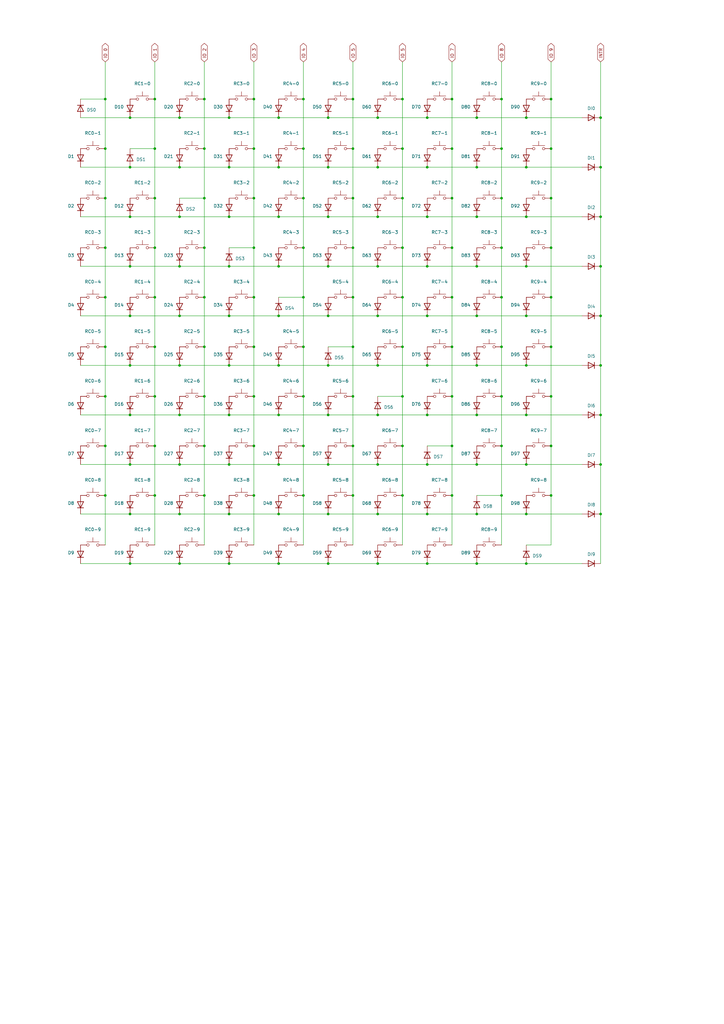
<source format=kicad_sch>
(kicad_sch (version 20230121) (generator eeschema)
  (paper "A3" portrait)
  (junction (at 165.1 142.24))
  (junction (at 246.38 190.5))
  (junction (at 185.42 101.6))
  (junction (at 104.14 81.28))
  (junction (at 43.18 162.56))
  (junction (at 165.1 40.64))
  (junction (at 195.58 149.86))
  (junction (at 63.5 101.6))
  (junction (at 165.1 182.88))
  (junction (at 124.46 101.6))
  (junction (at 73.66 149.86))
  (junction (at 134.62 48.26))
  (junction (at 93.98 129.54))
  (junction (at 43.18 40.64))
  (junction (at 53.34 190.5))
  (junction (at 215.9 48.26))
  (junction (at 83.82 40.64))
  (junction (at 53.34 170.18))
  (junction (at 185.42 81.28))
  (junction (at 104.14 60.96))
  (junction (at 205.74 40.64))
  (junction (at 114.3 170.18))
  (junction (at 195.58 210.82))
  (junction (at 73.66 68.58))
  (junction (at 246.38 170.18))
  (junction (at 93.98 88.9))
  (junction (at 185.42 40.64))
  (junction (at 154.94 190.5))
  (junction (at 165.1 81.28))
  (junction (at 215.9 190.5))
  (junction (at 73.66 210.82))
  (junction (at 226.06 121.92))
  (junction (at 154.94 231.14))
  (junction (at 124.46 40.64))
  (junction (at 134.62 68.58))
  (junction (at 175.26 231.14))
  (junction (at 154.94 149.86))
  (junction (at 73.66 231.14))
  (junction (at 73.66 170.18))
  (junction (at 93.98 149.86))
  (junction (at 83.82 162.56))
  (junction (at 114.3 88.9))
  (junction (at 124.46 81.28))
  (junction (at 104.14 40.64))
  (junction (at 175.26 109.22))
  (junction (at 215.9 109.22))
  (junction (at 246.38 88.9))
  (junction (at 175.26 88.9))
  (junction (at 185.42 60.96))
  (junction (at 144.78 182.88))
  (junction (at 134.62 190.5))
  (junction (at 43.18 203.2))
  (junction (at 215.9 170.18))
  (junction (at 205.74 142.24))
  (junction (at 114.3 129.54))
  (junction (at 124.46 121.92))
  (junction (at 53.34 48.26))
  (junction (at 63.5 81.28))
  (junction (at 165.1 101.6))
  (junction (at 43.18 60.96))
  (junction (at 73.66 109.22))
  (junction (at 53.34 129.54))
  (junction (at 185.42 142.24))
  (junction (at 175.26 68.58))
  (junction (at 185.42 203.2))
  (junction (at 195.58 231.14))
  (junction (at 53.34 68.58))
  (junction (at 114.3 210.82))
  (junction (at 43.18 182.88))
  (junction (at 215.9 210.82))
  (junction (at 83.82 203.2))
  (junction (at 63.5 203.2))
  (junction (at 104.14 203.2))
  (junction (at 63.5 121.92))
  (junction (at 83.82 60.96))
  (junction (at 215.9 231.14))
  (junction (at 175.26 48.26))
  (junction (at 63.5 162.56))
  (junction (at 43.18 101.6))
  (junction (at 134.62 129.54))
  (junction (at 154.94 48.26))
  (junction (at 63.5 40.64))
  (junction (at 73.66 88.9))
  (junction (at 205.74 162.56))
  (junction (at 73.66 48.26))
  (junction (at 226.06 101.6))
  (junction (at 93.98 109.22))
  (junction (at 53.34 149.86))
  (junction (at 43.18 142.24))
  (junction (at 104.14 121.92))
  (junction (at 93.98 170.18))
  (junction (at 53.34 88.9))
  (junction (at 104.14 142.24))
  (junction (at 185.42 162.56))
  (junction (at 83.82 81.28))
  (junction (at 144.78 121.92))
  (junction (at 195.58 88.9))
  (junction (at 205.74 203.2))
  (junction (at 205.74 182.88))
  (junction (at 246.38 48.26))
  (junction (at 93.98 48.26))
  (junction (at 195.58 129.54))
  (junction (at 134.62 88.9))
  (junction (at 93.98 231.14))
  (junction (at 215.9 88.9))
  (junction (at 124.46 60.96))
  (junction (at 226.06 142.24))
  (junction (at 93.98 190.5))
  (junction (at 185.42 182.88))
  (junction (at 114.3 231.14))
  (junction (at 63.5 182.88))
  (junction (at 165.1 121.92))
  (junction (at 63.5 60.96))
  (junction (at 165.1 162.56))
  (junction (at 246.38 149.86))
  (junction (at 144.78 142.24))
  (junction (at 104.14 162.56))
  (junction (at 195.58 68.58))
  (junction (at 226.06 162.56))
  (junction (at 124.46 203.2))
  (junction (at 83.82 121.92))
  (junction (at 205.74 60.96))
  (junction (at 114.3 190.5))
  (junction (at 154.94 129.54))
  (junction (at 246.38 68.58))
  (junction (at 154.94 68.58))
  (junction (at 53.34 109.22))
  (junction (at 205.74 101.6))
  (junction (at 175.26 190.5))
  (junction (at 175.26 149.86))
  (junction (at 226.06 182.88))
  (junction (at 154.94 88.9))
  (junction (at 144.78 81.28))
  (junction (at 175.26 170.18))
  (junction (at 83.82 101.6))
  (junction (at 134.62 149.86))
  (junction (at 165.1 60.96))
  (junction (at 134.62 170.18))
  (junction (at 93.98 68.58))
  (junction (at 124.46 182.88))
  (junction (at 246.38 109.22))
  (junction (at 114.3 68.58))
  (junction (at 215.9 68.58))
  (junction (at 83.82 182.88))
  (junction (at 43.18 121.92))
  (junction (at 195.58 109.22))
  (junction (at 144.78 60.96))
  (junction (at 246.38 210.82))
  (junction (at 124.46 162.56))
  (junction (at 226.06 60.96))
  (junction (at 195.58 190.5))
  (junction (at 63.5 142.24))
  (junction (at 205.74 121.92))
  (junction (at 53.34 210.82))
  (junction (at 215.9 149.86))
  (junction (at 205.74 81.28))
  (junction (at 144.78 203.2))
  (junction (at 83.82 142.24))
  (junction (at 144.78 101.6))
  (junction (at 154.94 210.82))
  (junction (at 185.42 121.92))
  (junction (at 226.06 81.28))
  (junction (at 195.58 170.18))
  (junction (at 114.3 48.26))
  (junction (at 154.94 109.22))
  (junction (at 93.98 210.82))
  (junction (at 175.26 129.54))
  (junction (at 154.94 170.18))
  (junction (at 215.9 129.54))
  (junction (at 175.26 210.82))
  (junction (at 226.06 40.64))
  (junction (at 165.1 203.2))
  (junction (at 114.3 149.86))
  (junction (at 104.14 182.88))
  (junction (at 134.62 109.22))
  (junction (at 104.14 101.6))
  (junction (at 134.62 231.14))
  (junction (at 134.62 210.82))
  (junction (at 43.18 81.28))
  (junction (at 226.06 203.2))
  (junction (at 53.34 231.14))
  (junction (at 124.46 142.24))
  (junction (at 144.78 162.56))
  (junction (at 246.38 129.54))
  (junction (at 195.58 48.26))
  (junction (at 73.66 129.54))
  (junction (at 73.66 190.5))
  (junction (at 114.3 109.22))
  (junction (at 144.78 40.64))
  (wire (pts (xy 83.82 60.96) (xy 83.82 81.28)))
  (wire (pts (xy 144.78 25.4) (xy 144.78 40.64)))
  (wire (pts (xy 93.98 88.9) (xy 114.3 88.9)))
  (wire (pts (xy 205.74 182.88) (xy 205.74 203.2)))
  (wire (pts (xy 185.42 203.2) (xy 185.42 223.52)))
  (wire (pts (xy 205.74 203.2) (xy 205.74 223.52)))
  (wire (pts (xy 185.42 162.56) (xy 185.42 182.88)))
  (wire (pts (xy 73.66 109.22) (xy 93.98 109.22)))
  (wire (pts (xy 226.06 81.28) (xy 226.06 101.6)))
  (wire (pts (xy 114.3 48.26) (xy 134.62 48.26)))
  (wire (pts (xy 226.06 182.88) (xy 226.06 203.2)))
  (wire (pts (xy 175.26 109.22) (xy 195.58 109.22)))
  (wire (pts (xy 246.38 68.58) (xy 246.38 88.9)))
  (wire (pts (xy 154.94 48.26) (xy 175.26 48.26)))
  (wire (pts (xy 195.58 203.2) (xy 205.74 203.2)))
  (wire (pts (xy 53.34 231.14) (xy 73.66 231.14)))
  (wire (pts (xy 43.18 182.88) (xy 43.18 203.2)))
  (wire (pts (xy 43.18 40.64) (xy 43.18 60.96)))
  (wire (pts (xy 63.5 81.28) (xy 63.5 101.6)))
  (wire (pts (xy 104.14 101.6) (xy 104.14 121.92)))
  (wire (pts (xy 73.66 48.26) (xy 93.98 48.26)))
  (wire (pts (xy 63.5 182.88) (xy 63.5 203.2)))
  (wire (pts (xy 154.94 68.58) (xy 175.26 68.58)))
  (wire (pts (xy 134.62 210.82) (xy 154.94 210.82)))
  (wire (pts (xy 93.98 190.5) (xy 114.3 190.5)))
  (wire (pts (xy 205.74 142.24) (xy 205.74 162.56)))
  (wire (pts (xy 104.14 25.4) (xy 104.14 40.64)))
  (wire (pts (xy 165.1 203.2) (xy 165.1 223.52)))
  (wire (pts (xy 73.66 81.28) (xy 83.82 81.28)))
  (wire (pts (xy 114.3 68.58) (xy 134.62 68.58)))
  (wire (pts (xy 215.9 190.5) (xy 238.76 190.5)))
  (wire (pts (xy 63.5 40.64) (xy 63.5 60.96)))
  (wire (pts (xy 83.82 203.2) (xy 83.82 223.52)))
  (wire (pts (xy 33.02 129.54) (xy 53.34 129.54)))
  (wire (pts (xy 185.42 40.64) (xy 185.42 60.96)))
  (wire (pts (xy 53.34 129.54) (xy 73.66 129.54)))
  (wire (pts (xy 83.82 162.56) (xy 83.82 182.88)))
  (wire (pts (xy 33.02 109.22) (xy 53.34 109.22)))
  (wire (pts (xy 195.58 68.58) (xy 215.9 68.58)))
  (wire (pts (xy 53.34 68.58) (xy 73.66 68.58)))
  (wire (pts (xy 215.9 149.86) (xy 238.76 149.86)))
  (wire (pts (xy 83.82 101.6) (xy 83.82 121.92)))
  (wire (pts (xy 124.46 121.92) (xy 124.46 142.24)))
  (wire (pts (xy 114.3 149.86) (xy 134.62 149.86)))
  (wire (pts (xy 195.58 170.18) (xy 215.9 170.18)))
  (wire (pts (xy 165.1 162.56) (xy 165.1 182.88)))
  (wire (pts (xy 165.1 60.96) (xy 165.1 81.28)))
  (wire (pts (xy 53.34 109.22) (xy 73.66 109.22)))
  (wire (pts (xy 124.46 25.4) (xy 124.46 40.64)))
  (wire (pts (xy 73.66 68.58) (xy 93.98 68.58)))
  (wire (pts (xy 215.9 223.52) (xy 226.06 223.52)))
  (wire (pts (xy 165.1 182.88) (xy 165.1 203.2)))
  (wire (pts (xy 175.26 231.14) (xy 195.58 231.14)))
  (wire (pts (xy 154.94 88.9) (xy 175.26 88.9)))
  (wire (pts (xy 195.58 149.86) (xy 215.9 149.86)))
  (wire (pts (xy 63.5 60.96) (xy 63.5 81.28)))
  (wire (pts (xy 53.34 60.96) (xy 63.5 60.96)))
  (wire (pts (xy 246.38 210.82) (xy 246.38 231.14)))
  (wire (pts (xy 134.62 68.58) (xy 154.94 68.58)))
  (wire (pts (xy 63.5 121.92) (xy 63.5 142.24)))
  (wire (pts (xy 114.3 190.5) (xy 134.62 190.5)))
  (wire (pts (xy 195.58 109.22) (xy 215.9 109.22)))
  (wire (pts (xy 226.06 25.4) (xy 226.06 40.64)))
  (wire (pts (xy 154.94 231.14) (xy 175.26 231.14)))
  (wire (pts (xy 226.06 60.96) (xy 226.06 81.28)))
  (wire (pts (xy 73.66 170.18) (xy 93.98 170.18)))
  (wire (pts (xy 165.1 121.92) (xy 165.1 142.24)))
  (wire (pts (xy 73.66 190.5) (xy 93.98 190.5)))
  (wire (pts (xy 134.62 170.18) (xy 154.94 170.18)))
  (wire (pts (xy 53.34 170.18) (xy 73.66 170.18)))
  (wire (pts (xy 43.18 60.96) (xy 43.18 81.28)))
  (wire (pts (xy 154.94 129.54) (xy 175.26 129.54)))
  (wire (pts (xy 114.3 88.9) (xy 134.62 88.9)))
  (wire (pts (xy 226.06 121.92) (xy 226.06 142.24)))
  (wire (pts (xy 124.46 81.28) (xy 124.46 101.6)))
  (wire (pts (xy 104.14 182.88) (xy 104.14 203.2)))
  (wire (pts (xy 63.5 203.2) (xy 63.5 223.52)))
  (wire (pts (xy 165.1 81.28) (xy 165.1 101.6)))
  (wire (pts (xy 246.38 190.5) (xy 246.38 210.82)))
  (wire (pts (xy 195.58 48.26) (xy 215.9 48.26)))
  (wire (pts (xy 226.06 162.56) (xy 226.06 182.88)))
  (wire (pts (xy 33.02 190.5) (xy 53.34 190.5)))
  (wire (pts (xy 53.34 190.5) (xy 73.66 190.5)))
  (wire (pts (xy 104.14 60.96) (xy 104.14 81.28)))
  (wire (pts (xy 93.98 231.14) (xy 114.3 231.14)))
  (wire (pts (xy 104.14 81.28) (xy 104.14 101.6)))
  (wire (pts (xy 154.94 190.5) (xy 175.26 190.5)))
  (wire (pts (xy 154.94 149.86) (xy 175.26 149.86)))
  (wire (pts (xy 134.62 48.26) (xy 154.94 48.26)))
  (wire (pts (xy 93.98 210.82) (xy 114.3 210.82)))
  (wire (pts (xy 53.34 88.9) (xy 73.66 88.9)))
  (wire (pts (xy 124.46 203.2) (xy 124.46 223.52)))
  (wire (pts (xy 33.02 210.82) (xy 53.34 210.82)))
  (wire (pts (xy 195.58 210.82) (xy 215.9 210.82)))
  (wire (pts (xy 93.98 109.22) (xy 114.3 109.22)))
  (wire (pts (xy 134.62 109.22) (xy 154.94 109.22)))
  (wire (pts (xy 154.94 109.22) (xy 175.26 109.22)))
  (wire (pts (xy 33.02 68.58) (xy 53.34 68.58)))
  (wire (pts (xy 134.62 149.86) (xy 154.94 149.86)))
  (wire (pts (xy 134.62 190.5) (xy 154.94 190.5)))
  (wire (pts (xy 134.62 231.14) (xy 154.94 231.14)))
  (wire (pts (xy 165.1 40.64) (xy 165.1 60.96)))
  (wire (pts (xy 195.58 129.54) (xy 215.9 129.54)))
  (wire (pts (xy 205.74 40.64) (xy 205.74 60.96)))
  (wire (pts (xy 246.38 149.86) (xy 246.38 170.18)))
  (wire (pts (xy 205.74 162.56) (xy 205.74 182.88)))
  (wire (pts (xy 246.38 88.9) (xy 246.38 109.22)))
  (wire (pts (xy 134.62 129.54) (xy 154.94 129.54)))
  (wire (pts (xy 43.18 121.92) (xy 43.18 142.24)))
  (wire (pts (xy 33.02 48.26) (xy 53.34 48.26)))
  (wire (pts (xy 93.98 149.86) (xy 114.3 149.86)))
  (wire (pts (xy 246.38 25.4) (xy 246.38 48.26)))
  (wire (pts (xy 73.66 88.9) (xy 93.98 88.9)))
  (wire (pts (xy 33.02 40.64) (xy 43.18 40.64)))
  (wire (pts (xy 195.58 88.9) (xy 215.9 88.9)))
  (wire (pts (xy 185.42 142.24) (xy 185.42 162.56)))
  (wire (pts (xy 104.14 203.2) (xy 104.14 223.52)))
  (wire (pts (xy 165.1 25.4) (xy 165.1 40.64)))
  (wire (pts (xy 134.62 88.9) (xy 154.94 88.9)))
  (wire (pts (xy 215.9 88.9) (xy 238.76 88.9)))
  (wire (pts (xy 104.14 162.56) (xy 104.14 182.88)))
  (wire (pts (xy 215.9 129.54) (xy 238.76 129.54)))
  (wire (pts (xy 53.34 210.82) (xy 73.66 210.82)))
  (wire (pts (xy 93.98 48.26) (xy 114.3 48.26)))
  (wire (pts (xy 104.14 142.24) (xy 104.14 162.56)))
  (wire (pts (xy 246.38 48.26) (xy 246.38 68.58)))
  (wire (pts (xy 33.02 88.9) (xy 53.34 88.9)))
  (wire (pts (xy 124.46 101.6) (xy 124.46 121.92)))
  (wire (pts (xy 215.9 48.26) (xy 238.76 48.26)))
  (wire (pts (xy 124.46 142.24) (xy 124.46 162.56)))
  (wire (pts (xy 185.42 60.96) (xy 185.42 81.28)))
  (wire (pts (xy 175.26 170.18) (xy 195.58 170.18)))
  (wire (pts (xy 205.74 101.6) (xy 205.74 121.92)))
  (wire (pts (xy 215.9 68.58) (xy 238.76 68.58)))
  (wire (pts (xy 114.3 109.22) (xy 134.62 109.22)))
  (wire (pts (xy 185.42 182.88) (xy 185.42 203.2)))
  (wire (pts (xy 53.34 48.26) (xy 73.66 48.26)))
  (wire (pts (xy 165.1 101.6) (xy 165.1 121.92)))
  (wire (pts (xy 83.82 182.88) (xy 83.82 203.2)))
  (wire (pts (xy 93.98 101.6) (xy 104.14 101.6)))
  (wire (pts (xy 114.3 231.14) (xy 134.62 231.14)))
  (wire (pts (xy 195.58 190.5) (xy 215.9 190.5)))
  (wire (pts (xy 124.46 40.64) (xy 124.46 60.96)))
  (wire (pts (xy 154.94 162.56) (xy 165.1 162.56)))
  (wire (pts (xy 226.06 101.6) (xy 226.06 121.92)))
  (wire (pts (xy 53.34 149.86) (xy 73.66 149.86)))
  (wire (pts (xy 93.98 129.54) (xy 114.3 129.54)))
  (wire (pts (xy 215.9 170.18) (xy 238.76 170.18)))
  (wire (pts (xy 114.3 210.82) (xy 134.62 210.82)))
  (wire (pts (xy 175.26 88.9) (xy 195.58 88.9)))
  (wire (pts (xy 83.82 121.92) (xy 83.82 142.24)))
  (wire (pts (xy 175.26 48.26) (xy 195.58 48.26)))
  (wire (pts (xy 93.98 68.58) (xy 114.3 68.58)))
  (wire (pts (xy 175.26 68.58) (xy 195.58 68.58)))
  (wire (pts (xy 114.3 170.18) (xy 134.62 170.18)))
  (wire (pts (xy 73.66 129.54) (xy 93.98 129.54)))
  (wire (pts (xy 154.94 210.82) (xy 175.26 210.82)))
  (wire (pts (xy 144.78 101.6) (xy 144.78 121.92)))
  (wire (pts (xy 175.26 210.82) (xy 195.58 210.82)))
  (wire (pts (xy 83.82 81.28) (xy 83.82 101.6)))
  (wire (pts (xy 246.38 170.18) (xy 246.38 190.5)))
  (wire (pts (xy 43.18 101.6) (xy 43.18 121.92)))
  (wire (pts (xy 144.78 121.92) (xy 144.78 142.24)))
  (wire (pts (xy 73.66 210.82) (xy 93.98 210.82)))
  (wire (pts (xy 205.74 60.96) (xy 205.74 81.28)))
  (wire (pts (xy 63.5 25.4) (xy 63.5 40.64)))
  (wire (pts (xy 104.14 121.92) (xy 104.14 142.24)))
  (wire (pts (xy 124.46 182.88) (xy 124.46 203.2)))
  (wire (pts (xy 175.26 182.88) (xy 185.42 182.88)))
  (wire (pts (xy 215.9 210.82) (xy 238.76 210.82)))
  (wire (pts (xy 124.46 162.56) (xy 124.46 182.88)))
  (wire (pts (xy 215.9 231.14) (xy 238.76 231.14)))
  (wire (pts (xy 124.46 60.96) (xy 124.46 81.28)))
  (wire (pts (xy 175.26 149.86) (xy 195.58 149.86)))
  (wire (pts (xy 144.78 142.24) (xy 144.78 162.56)))
  (wire (pts (xy 246.38 109.22) (xy 246.38 129.54)))
  (wire (pts (xy 185.42 121.92) (xy 185.42 142.24)))
  (wire (pts (xy 83.82 40.64) (xy 83.82 60.96)))
  (wire (pts (xy 83.82 25.4) (xy 83.82 40.64)))
  (wire (pts (xy 73.66 149.86) (xy 93.98 149.86)))
  (wire (pts (xy 195.58 231.14) (xy 215.9 231.14)))
  (wire (pts (xy 144.78 40.64) (xy 144.78 60.96)))
  (wire (pts (xy 185.42 25.4) (xy 185.42 40.64)))
  (wire (pts (xy 205.74 25.4) (xy 205.74 40.64)))
  (wire (pts (xy 226.06 142.24) (xy 226.06 162.56)))
  (wire (pts (xy 43.18 162.56) (xy 43.18 182.88)))
  (wire (pts (xy 185.42 101.6) (xy 185.42 121.92)))
  (wire (pts (xy 43.18 142.24) (xy 43.18 162.56)))
  (wire (pts (xy 144.78 182.88) (xy 144.78 203.2)))
  (wire (pts (xy 205.74 81.28) (xy 205.74 101.6)))
  (wire (pts (xy 33.02 149.86) (xy 53.34 149.86)))
  (wire (pts (xy 63.5 142.24) (xy 63.5 162.56)))
  (wire (pts (xy 205.74 121.92) (xy 205.74 142.24)))
  (wire (pts (xy 165.1 142.24) (xy 165.1 162.56)))
  (wire (pts (xy 33.02 170.18) (xy 53.34 170.18)))
  (wire (pts (xy 43.18 81.28) (xy 43.18 101.6)))
  (wire (pts (xy 246.38 129.54) (xy 246.38 149.86)))
  (wire (pts (xy 226.06 203.2) (xy 226.06 223.52)))
  (wire (pts (xy 93.98 170.18) (xy 114.3 170.18)))
  (wire (pts (xy 144.78 81.28) (xy 144.78 101.6)))
  (wire (pts (xy 175.26 190.5) (xy 195.58 190.5)))
  (wire (pts (xy 114.3 121.92) (xy 124.46 121.92)))
  (wire (pts (xy 114.3 129.54) (xy 134.62 129.54)))
  (wire (pts (xy 63.5 101.6) (xy 63.5 121.92)))
  (wire (pts (xy 43.18 203.2) (xy 43.18 223.52)))
  (wire (pts (xy 154.94 170.18) (xy 175.26 170.18)))
  (wire (pts (xy 104.14 40.64) (xy 104.14 60.96)))
  (wire (pts (xy 144.78 162.56) (xy 144.78 182.88)))
  (wire (pts (xy 144.78 203.2) (xy 144.78 223.52)))
  (wire (pts (xy 144.78 60.96) (xy 144.78 81.28)))
  (wire (pts (xy 73.66 231.14) (xy 93.98 231.14)))
  (wire (pts (xy 63.5 162.56) (xy 63.5 182.88)))
  (wire (pts (xy 134.62 142.24) (xy 144.78 142.24)))
  (wire (pts (xy 215.9 109.22) (xy 238.76 109.22)))
  (wire (pts (xy 33.02 231.14) (xy 53.34 231.14)))
  (wire (pts (xy 175.26 129.54) (xy 195.58 129.54)))
  (wire (pts (xy 226.06 40.64) (xy 226.06 60.96)))
  (wire (pts (xy 43.18 25.4) (xy 43.18 40.64)))
  (wire (pts (xy 83.82 142.24) (xy 83.82 162.56)))
  (wire (pts (xy 185.42 81.28) (xy 185.42 101.6)))
  (global_label "IO 3" (shape bidirectional) (at 104.14 25.4 90) (property "Intersheetrefs" "${INTERSHEET_REFS}" (effects hide)))
  (global_label "IO 1" (shape bidirectional) (at 63.5 25.4 90) (property "Intersheetrefs" "${INTERSHEET_REFS}" (effects hide)))
  (global_label "IO 9" (shape bidirectional) (at 226.06 25.4 90) (property "Intersheetrefs" "${INTERSHEET_REFS}" (effects hide)))
  (global_label "IO 7" (shape bidirectional) (at 185.42 25.4 90) (property "Intersheetrefs" "${INTERSHEET_REFS}" (effects hide)))
  (global_label "IO 0" (shape bidirectional) (at 43.18 25.4 90) (property "Intersheetrefs" "${INTERSHEET_REFS}" (effects hide)))
  (global_label "INTR" (shape bidirectional) (at 246.38 25.4 90) (property "Intersheetrefs" "${INTERSHEET_REFS}" (effects hide)))
  (global_label "IO 2" (shape bidirectional) (at 83.82 25.4 90) (property "Intersheetrefs" "${INTERSHEET_REFS}" (effects hide)))
  (global_label "IO 5" (shape bidirectional) (at 165.1 25.4 90) (property "Intersheetrefs" "${INTERSHEET_REFS}" (effects hide)))
  (global_label "IO 5" (shape bidirectional) (at 144.78 25.4 90) (property "Intersheetrefs" "${INTERSHEET_REFS}" (effects hide)))
  (global_label "IO 8" (shape bidirectional) (at 205.74 25.4 90) (property "Intersheetrefs" "${INTERSHEET_REFS}" (effects hide)))
  (global_label "IO 4" (shape bidirectional) (at 124.46 25.4 90) (property "Intersheetrefs" "${INTERSHEET_REFS}" (effects hide)))
  (symbol (lib_id "Diode:1N4148") (at 242.57 190.5 0) (mirror y) (unit 1)
    (property "Reference" "DI7" (at 242.57 186.69 0))
    (property "Value" "1N4148" (effects hide))
    (property "Footprint" "Diode_THT:D_DO-35_SOD27_P7.62mm_Horizontal" (effects hide))
    (property "Datasheet" "https://assets.nexperia.com/documents/data-sheet/1N4148_1N4448.pdf" (effects hide))
    (property "Sim.Device" "D" (effects hide))
    (property "Sim.Pins" "1=K 2=A" (effects hide))
  )
  (symbol (lib_id "Diode:1N4148") (at 154.94 85.09 270) (mirror x) (unit 1)
    (property "Reference" "D62" (at 152.4 84.455 90) (effects (justify right)))
    (property "Value" "1N4148" (effects hide))
    (property "Footprint" "Diode_THT:D_DO-35_SOD27_P7.62mm_Horizontal" (effects hide))
    (property "Datasheet" "https://assets.nexperia.com/documents/data-sheet/1N4148_1N4448.pdf" (effects hide))
    (property "Sim.Device" "D" (effects hide))
    (property "Sim.Pins" "1=K 2=A" (effects hide))
  )
  (symbol (lib_id "Diode:1N4148") (at 53.34 64.77 90) (mirror x) (unit 1)
    (property "Reference" "DS1" (at 55.88 65.405 90) (effects (justify right)))
    (property "Value" "1N4148" (effects hide))
    (property "Footprint" "Diode_THT:D_DO-35_SOD27_P7.62mm_Horizontal" (effects hide))
    (property "Datasheet" "https://assets.nexperia.com/documents/data-sheet/1N4148_1N4448.pdf" (effects hide))
    (property "Sim.Device" "D" (effects hide))
    (property "Sim.Pins" "1=K 2=A" (effects hide))
  )
  (symbol (lib_id "Diode:1N4148") (at 33.02 44.45 90) (mirror x) (unit 1)
    (property "Reference" "DS0" (at 35.56 45.085 90) (effects (justify right)))
    (property "Value" "1N4148" (effects hide))
    (property "Footprint" "Diode_THT:D_DO-35_SOD27_P7.62mm_Horizontal" (effects hide))
    (property "Datasheet" "https://assets.nexperia.com/documents/data-sheet/1N4148_1N4448.pdf" (effects hide))
    (property "Sim.Device" "D" (effects hide))
    (property "Sim.Pins" "1=K 2=A" (effects hide))
  )
  (symbol (lib_id "Switch:SW_Push") (at 220.98 60.96 0) (mirror y) (unit 1)
    (property "Reference" "RC9-1" (at 220.98 54.61 0))
    (property "Value" "SW_Push" (effects hide))
  )
  (symbol (lib_id "Diode:1N4148") (at 114.3 44.45 270) (mirror x) (unit 1)
    (property "Reference" "D40" (at 111.76 43.815 90) (effects (justify right)))
    (property "Value" "1N4148" (effects hide))
    (property "Footprint" "Diode_THT:D_DO-35_SOD27_P7.62mm_Horizontal" (effects hide))
    (property "Datasheet" "https://assets.nexperia.com/documents/data-sheet/1N4148_1N4448.pdf" (effects hide))
    (property "Sim.Device" "D" (effects hide))
    (property "Sim.Pins" "1=K 2=A" (effects hide))
  )
  (symbol (lib_id "Diode:1N4148") (at 242.57 149.86 0) (mirror y) (unit 1)
    (property "Reference" "DI5" (at 242.57 146.05 0))
    (property "Value" "1N4148" (effects hide))
    (property "Footprint" "Diode_THT:D_DO-35_SOD27_P7.62mm_Horizontal" (effects hide))
    (property "Datasheet" "https://assets.nexperia.com/documents/data-sheet/1N4148_1N4448.pdf" (effects hide))
    (property "Sim.Device" "D" (effects hide))
    (property "Sim.Pins" "1=K 2=A" (effects hide))
  )
  (symbol (lib_id "Diode:1N4148") (at 242.57 170.18 0) (mirror y) (unit 1)
    (property "Reference" "DI6" (at 242.57 166.37 0))
    (property "Value" "1N4148" (effects hide))
    (property "Footprint" "Diode_THT:D_DO-35_SOD27_P7.62mm_Horizontal" (effects hide))
    (property "Datasheet" "https://assets.nexperia.com/documents/data-sheet/1N4148_1N4448.pdf" (effects hide))
    (property "Sim.Device" "D" (effects hide))
    (property "Sim.Pins" "1=K 2=A" (effects hide))
  )
  (symbol (lib_id "Switch:SW_Push") (at 180.34 223.52 0) (mirror y) (unit 1)
    (property "Reference" "RC7-9" (at 180.34 217.17 0))
    (property "Value" "SW_Push" (effects hide))
  )
  (symbol (lib_id "Switch:SW_Push") (at 119.38 40.64 0) (mirror y) (unit 1)
    (property "Reference" "RC4-0" (at 119.38 34.29 0))
    (property "Value" "SW_Push" (effects hide))
  )
  (symbol (lib_id "Diode:1N4148") (at 33.02 146.05 270) (mirror x) (unit 1)
    (property "Reference" "D5" (at 30.48 145.415 90) (effects (justify right)))
    (property "Value" "1N4148" (effects hide))
    (property "Footprint" "Diode_THT:D_DO-35_SOD27_P7.62mm_Horizontal" (effects hide))
    (property "Datasheet" "https://assets.nexperia.com/documents/data-sheet/1N4148_1N4448.pdf" (effects hide))
    (property "Sim.Device" "D" (effects hide))
    (property "Sim.Pins" "1=K 2=A" (effects hide))
  )
  (symbol (lib_id "Switch:SW_Push") (at 139.7 121.92 0) (mirror y) (unit 1)
    (property "Reference" "RC5-4" (at 139.7 115.57 0))
    (property "Value" "SW_Push" (effects hide))
  )
  (symbol (lib_id "Diode:1N4148") (at 154.94 64.77 270) (mirror x) (unit 1)
    (property "Reference" "D61" (at 152.4 64.135 90) (effects (justify right)))
    (property "Value" "1N4148" (effects hide))
    (property "Footprint" "Diode_THT:D_DO-35_SOD27_P7.62mm_Horizontal" (effects hide))
    (property "Datasheet" "https://assets.nexperia.com/documents/data-sheet/1N4148_1N4448.pdf" (effects hide))
    (property "Sim.Device" "D" (effects hide))
    (property "Sim.Pins" "1=K 2=A" (effects hide))
  )
  (symbol (lib_id "Switch:SW_Push") (at 200.66 60.96 0) (mirror y) (unit 1)
    (property "Reference" "RC8-1" (at 200.66 54.61 0))
    (property "Value" "SW_Push" (effects hide))
  )
  (symbol (lib_id "Diode:1N4148") (at 215.9 186.69 270) (mirror x) (unit 1)
    (property "Reference" "D97" (at 213.36 186.055 90) (effects (justify right)))
    (property "Value" "1N4148" (effects hide))
    (property "Footprint" "Diode_THT:D_DO-35_SOD27_P7.62mm_Horizontal" (effects hide))
    (property "Datasheet" "https://assets.nexperia.com/documents/data-sheet/1N4148_1N4448.pdf" (effects hide))
    (property "Sim.Device" "D" (effects hide))
    (property "Sim.Pins" "1=K 2=A" (effects hide))
  )
  (symbol (lib_id "Diode:1N4148") (at 154.94 146.05 270) (mirror x) (unit 1)
    (property "Reference" "D65" (at 152.4 145.415 90) (effects (justify right)))
    (property "Value" "1N4148" (effects hide))
    (property "Footprint" "Diode_THT:D_DO-35_SOD27_P7.62mm_Horizontal" (effects hide))
    (property "Datasheet" "https://assets.nexperia.com/documents/data-sheet/1N4148_1N4448.pdf" (effects hide))
    (property "Sim.Device" "D" (effects hide))
    (property "Sim.Pins" "1=K 2=A" (effects hide))
  )
  (symbol (lib_id "Switch:SW_Push") (at 160.02 121.92 0) (mirror y) (unit 1)
    (property "Reference" "RC6-4" (at 160.02 115.57 0))
    (property "Value" "SW_Push" (effects hide))
  )
  (symbol (lib_id "Diode:1N4148") (at 134.62 207.01 270) (mirror x) (unit 1)
    (property "Reference" "D58" (at 132.08 206.375 90) (effects (justify right)))
    (property "Value" "1N4148" (effects hide))
    (property "Footprint" "Diode_THT:D_DO-35_SOD27_P7.62mm_Horizontal" (effects hide))
    (property "Datasheet" "https://assets.nexperia.com/documents/data-sheet/1N4148_1N4448.pdf" (effects hide))
    (property "Sim.Device" "D" (effects hide))
    (property "Sim.Pins" "1=K 2=A" (effects hide))
  )
  (symbol (lib_id "Switch:SW_Push") (at 99.06 60.96 0) (mirror y) (unit 1)
    (property "Reference" "RC3-1" (at 99.06 54.61 0))
    (property "Value" "SW_Push" (effects hide))
  )
  (symbol (lib_id "Diode:1N4148") (at 242.57 210.82 0) (mirror y) (unit 1)
    (property "Reference" "DI8" (at 242.57 207.01 0))
    (property "Value" "1N4148" (effects hide))
    (property "Footprint" "Diode_THT:D_DO-35_SOD27_P7.62mm_Horizontal" (effects hide))
    (property "Datasheet" "https://assets.nexperia.com/documents/data-sheet/1N4148_1N4448.pdf" (effects hide))
    (property "Sim.Device" "D" (effects hide))
    (property "Sim.Pins" "1=K 2=A" (effects hide))
  )
  (symbol (lib_id "Diode:1N4148") (at 215.9 44.45 270) (mirror x) (unit 1)
    (property "Reference" "D90" (at 213.36 43.815 90) (effects (justify right)))
    (property "Value" "1N4148" (effects hide))
    (property "Footprint" "Diode_THT:D_DO-35_SOD27_P7.62mm_Horizontal" (effects hide))
    (property "Datasheet" "https://assets.nexperia.com/documents/data-sheet/1N4148_1N4448.pdf" (effects hide))
    (property "Sim.Device" "D" (effects hide))
    (property "Sim.Pins" "1=K 2=A" (effects hide))
  )
  (symbol (lib_id "Switch:SW_Push") (at 220.98 162.56 0) (mirror y) (unit 1)
    (property "Reference" "RC9-6" (at 220.98 156.21 0))
    (property "Value" "SW_Push" (effects hide))
  )
  (symbol (lib_id "Switch:SW_Push") (at 119.38 182.88 0) (mirror y) (unit 1)
    (property "Reference" "RC4-7" (at 119.38 176.53 0))
    (property "Value" "SW_Push" (effects hide))
  )
  (symbol (lib_id "Switch:SW_Push") (at 78.74 101.6 0) (mirror y) (unit 1)
    (property "Reference" "RC2-3" (at 78.74 95.25 0))
    (property "Value" "SW_Push" (effects hide))
  )
  (symbol (lib_id "Diode:1N4148") (at 154.94 166.37 90) (mirror x) (unit 1)
    (property "Reference" "DS6" (at 157.48 167.005 90) (effects (justify right)))
    (property "Value" "1N4148" (effects hide))
    (property "Footprint" "Diode_THT:D_DO-35_SOD27_P7.62mm_Horizontal" (effects hide))
    (property "Datasheet" "https://assets.nexperia.com/documents/data-sheet/1N4148_1N4448.pdf" (effects hide))
    (property "Sim.Device" "D" (effects hide))
    (property "Sim.Pins" "1=K 2=A" (effects hide))
  )
  (symbol (lib_id "Diode:1N4148") (at 154.94 105.41 270) (mirror x) (unit 1)
    (property "Reference" "D63" (at 152.4 104.775 90) (effects (justify right)))
    (property "Value" "1N4148" (effects hide))
    (property "Footprint" "Diode_THT:D_DO-35_SOD27_P7.62mm_Horizontal" (effects hide))
    (property "Datasheet" "https://assets.nexperia.com/documents/data-sheet/1N4148_1N4448.pdf" (effects hide))
    (property "Sim.Device" "D" (effects hide))
    (property "Sim.Pins" "1=K 2=A" (effects hide))
  )
  (symbol (lib_id "Switch:SW_Push") (at 58.42 101.6 0) (mirror y) (unit 1)
    (property "Reference" "RC1-3" (at 58.42 95.25 0))
    (property "Value" "SW_Push" (effects hide))
  )
  (symbol (lib_id "Diode:1N4148") (at 175.26 146.05 270) (mirror x) (unit 1)
    (property "Reference" "D75" (at 172.72 145.415 90) (effects (justify right)))
    (property "Value" "1N4148" (effects hide))
    (property "Footprint" "Diode_THT:D_DO-35_SOD27_P7.62mm_Horizontal" (effects hide))
    (property "Datasheet" "https://assets.nexperia.com/documents/data-sheet/1N4148_1N4448.pdf" (effects hide))
    (property "Sim.Device" "D" (effects hide))
    (property "Sim.Pins" "1=K 2=A" (effects hide))
  )
  (symbol (lib_id "Switch:SW_Push") (at 99.06 40.64 0) (mirror y) (unit 1)
    (property "Reference" "RC3-0" (at 99.06 34.29 0))
    (property "Value" "SW_Push" (effects hide))
  )
  (symbol (lib_id "Switch:SW_Push") (at 139.7 223.52 0) (mirror y) (unit 1)
    (property "Reference" "RC5-9" (at 139.7 217.17 0))
    (property "Value" "SW_Push" (effects hide))
  )
  (symbol (lib_id "Diode:1N4148") (at 53.34 207.01 270) (mirror x) (unit 1)
    (property "Reference" "D18" (at 50.8 206.375 90) (effects (justify right)))
    (property "Value" "1N4148" (effects hide))
    (property "Footprint" "Diode_THT:D_DO-35_SOD27_P7.62mm_Horizontal" (effects hide))
    (property "Datasheet" "https://assets.nexperia.com/documents/data-sheet/1N4148_1N4448.pdf" (effects hide))
    (property "Sim.Device" "D" (effects hide))
    (property "Sim.Pins" "1=K 2=A" (effects hide))
  )
  (symbol (lib_id "Diode:1N4148") (at 195.58 186.69 270) (mirror x) (unit 1)
    (property "Reference" "D87" (at 193.04 186.055 90) (effects (justify right)))
    (property "Value" "1N4148" (effects hide))
    (property "Footprint" "Diode_THT:D_DO-35_SOD27_P7.62mm_Horizontal" (effects hide))
    (property "Datasheet" "https://assets.nexperia.com/documents/data-sheet/1N4148_1N4448.pdf" (effects hide))
    (property "Sim.Device" "D" (effects hide))
    (property "Sim.Pins" "1=K 2=A" (effects hide))
  )
  (symbol (lib_id "Switch:SW_Push") (at 58.42 121.92 0) (mirror y) (unit 1)
    (property "Reference" "RC1-4" (at 58.42 115.57 0))
    (property "Value" "SW_Push" (effects hide))
  )
  (symbol (lib_id "Diode:1N4148") (at 134.62 125.73 270) (mirror x) (unit 1)
    (property "Reference" "D54" (at 132.08 125.095 90) (effects (justify right)))
    (property "Value" "1N4148" (effects hide))
    (property "Footprint" "Diode_THT:D_DO-35_SOD27_P7.62mm_Horizontal" (effects hide))
    (property "Datasheet" "https://assets.nexperia.com/documents/data-sheet/1N4148_1N4448.pdf" (effects hide))
    (property "Sim.Device" "D" (effects hide))
    (property "Sim.Pins" "1=K 2=A" (effects hide))
  )
  (symbol (lib_id "Diode:1N4148") (at 73.66 166.37 270) (mirror x) (unit 1)
    (property "Reference" "D26" (at 71.12 165.735 90) (effects (justify right)))
    (property "Value" "1N4148" (effects hide))
    (property "Footprint" "Diode_THT:D_DO-35_SOD27_P7.62mm_Horizontal" (effects hide))
    (property "Datasheet" "https://assets.nexperia.com/documents/data-sheet/1N4148_1N4448.pdf" (effects hide))
    (property "Sim.Device" "D" (effects hide))
    (property "Sim.Pins" "1=K 2=A" (effects hide))
  )
  (symbol (lib_id "Switch:SW_Push") (at 58.42 81.28 0) (mirror y) (unit 1)
    (property "Reference" "RC1-2" (at 58.42 74.93 0))
    (property "Value" "SW_Push" (effects hide))
  )
  (symbol (lib_id "Diode:1N4148") (at 195.58 85.09 270) (mirror x) (unit 1)
    (property "Reference" "D82" (at 193.04 84.455 90) (effects (justify right)))
    (property "Value" "1N4148" (effects hide))
    (property "Footprint" "Diode_THT:D_DO-35_SOD27_P7.62mm_Horizontal" (effects hide))
    (property "Datasheet" "https://assets.nexperia.com/documents/data-sheet/1N4148_1N4448.pdf" (effects hide))
    (property "Sim.Device" "D" (effects hide))
    (property "Sim.Pins" "1=K 2=A" (effects hide))
  )
  (symbol (lib_id "Diode:1N4148") (at 53.34 186.69 270) (mirror x) (unit 1)
    (property "Reference" "D17" (at 50.8 186.055 90) (effects (justify right)))
    (property "Value" "1N4148" (effects hide))
    (property "Footprint" "Diode_THT:D_DO-35_SOD27_P7.62mm_Horizontal" (effects hide))
    (property "Datasheet" "https://assets.nexperia.com/documents/data-sheet/1N4148_1N4448.pdf" (effects hide))
    (property "Sim.Device" "D" (effects hide))
    (property "Sim.Pins" "1=K 2=A" (effects hide))
  )
  (symbol (lib_id "Switch:SW_Push") (at 139.7 182.88 0) (mirror y) (unit 1)
    (property "Reference" "RC5-7" (at 139.7 176.53 0))
    (property "Value" "SW_Push" (effects hide))
  )
  (symbol (lib_id "Diode:1N4148") (at 114.3 105.41 270) (mirror x) (unit 1)
    (property "Reference" "D43" (at 111.76 104.775 90) (effects (justify right)))
    (property "Value" "1N4148" (effects hide))
    (property "Footprint" "Diode_THT:D_DO-35_SOD27_P7.62mm_Horizontal" (effects hide))
    (property "Datasheet" "https://assets.nexperia.com/documents/data-sheet/1N4148_1N4448.pdf" (effects hide))
    (property "Sim.Device" "D" (effects hide))
    (property "Sim.Pins" "1=K 2=A" (effects hide))
  )
  (symbol (lib_id "Switch:SW_Push") (at 38.1 182.88 0) (mirror y) (unit 1)
    (property "Reference" "RC0-7" (at 38.1 176.53 0))
    (property "Value" "SW_Push" (effects hide))
  )
  (symbol (lib_id "Switch:SW_Push") (at 180.34 60.96 0) (mirror y) (unit 1)
    (property "Reference" "RC7-1" (at 180.34 54.61 0))
    (property "Value" "SW_Push" (effects hide))
  )
  (symbol (lib_id "Switch:SW_Push") (at 58.42 203.2 0) (mirror y) (unit 1)
    (property "Reference" "RC1-8" (at 58.42 196.85 0))
    (property "Value" "SW_Push" (effects hide))
  )
  (symbol (lib_id "Switch:SW_Push") (at 58.42 40.64 0) (mirror y) (unit 1)
    (property "Reference" "RC1-0" (at 58.42 34.29 0))
    (property "Value" "SW_Push" (effects hide))
  )
  (symbol (lib_id "Diode:1N4148") (at 93.98 64.77 270) (mirror x) (unit 1)
    (property "Reference" "D31" (at 91.44 64.135 90) (effects (justify right)))
    (property "Value" "1N4148" (effects hide))
    (property "Footprint" "Diode_THT:D_DO-35_SOD27_P7.62mm_Horizontal" (effects hide))
    (property "Datasheet" "https://assets.nexperia.com/documents/data-sheet/1N4148_1N4448.pdf" (effects hide))
    (property "Sim.Device" "D" (effects hide))
    (property "Sim.Pins" "1=K 2=A" (effects hide))
  )
  (symbol (lib_id "Switch:SW_Push") (at 119.38 60.96 0) (mirror y) (unit 1)
    (property "Reference" "RC4-1" (at 119.38 54.61 0))
    (property "Value" "SW_Push" (effects hide))
  )
  (symbol (lib_id "Diode:1N4148") (at 154.94 44.45 270) (mirror x) (unit 1)
    (property "Reference" "D60" (at 152.4 43.815 90) (effects (justify right)))
    (property "Value" "1N4148" (effects hide))
    (property "Footprint" "Diode_THT:D_DO-35_SOD27_P7.62mm_Horizontal" (effects hide))
    (property "Datasheet" "https://assets.nexperia.com/documents/data-sheet/1N4148_1N4448.pdf" (effects hide))
    (property "Sim.Device" "D" (effects hide))
    (property "Sim.Pins" "1=K 2=A" (effects hide))
  )
  (symbol (lib_id "Diode:1N4148") (at 215.9 105.41 270) (mirror x) (unit 1)
    (property "Reference" "D93" (at 213.36 104.775 90) (effects (justify right)))
    (property "Value" "1N4148" (effects hide))
    (property "Footprint" "Diode_THT:D_DO-35_SOD27_P7.62mm_Horizontal" (effects hide))
    (property "Datasheet" "https://assets.nexperia.com/documents/data-sheet/1N4148_1N4448.pdf" (effects hide))
    (property "Sim.Device" "D" (effects hide))
    (property "Sim.Pins" "1=K 2=A" (effects hide))
  )
  (symbol (lib_id "Diode:1N4148") (at 154.94 186.69 270) (mirror x) (unit 1)
    (property "Reference" "D67" (at 152.4 186.055 90) (effects (justify right)))
    (property "Value" "1N4148" (effects hide))
    (property "Footprint" "Diode_THT:D_DO-35_SOD27_P7.62mm_Horizontal" (effects hide))
    (property "Datasheet" "https://assets.nexperia.com/documents/data-sheet/1N4148_1N4448.pdf" (effects hide))
    (property "Sim.Device" "D" (effects hide))
    (property "Sim.Pins" "1=K 2=A" (effects hide))
  )
  (symbol (lib_id "Diode:1N4148") (at 93.98 85.09 270) (mirror x) (unit 1)
    (property "Reference" "D32" (at 91.44 84.455 90) (effects (justify right)))
    (property "Value" "1N4148" (effects hide))
    (property "Footprint" "Diode_THT:D_DO-35_SOD27_P7.62mm_Horizontal" (effects hide))
    (property "Datasheet" "https://assets.nexperia.com/documents/data-sheet/1N4148_1N4448.pdf" (effects hide))
    (property "Sim.Device" "D" (effects hide))
    (property "Sim.Pins" "1=K 2=A" (effects hide))
  )
  (symbol (lib_id "Diode:1N4148") (at 175.26 64.77 270) (mirror x) (unit 1)
    (property "Reference" "D71" (at 172.72 64.135 90) (effects (justify right)))
    (property "Value" "1N4148" (effects hide))
    (property "Footprint" "Diode_THT:D_DO-35_SOD27_P7.62mm_Horizontal" (effects hide))
    (property "Datasheet" "https://assets.nexperia.com/documents/data-sheet/1N4148_1N4448.pdf" (effects hide))
    (property "Sim.Device" "D" (effects hide))
    (property "Sim.Pins" "1=K 2=A" (effects hide))
  )
  (symbol (lib_id "Switch:SW_Push") (at 139.7 203.2 0) (mirror y) (unit 1)
    (property "Reference" "RC5-8" (at 139.7 196.85 0))
    (property "Value" "SW_Push" (effects hide))
  )
  (symbol (lib_id "Diode:1N4148") (at 114.3 146.05 270) (mirror x) (unit 1)
    (property "Reference" "D45" (at 111.76 145.415 90) (effects (justify right)))
    (property "Value" "1N4148" (effects hide))
    (property "Footprint" "Diode_THT:D_DO-35_SOD27_P7.62mm_Horizontal" (effects hide))
    (property "Datasheet" "https://assets.nexperia.com/documents/data-sheet/1N4148_1N4448.pdf" (effects hide))
    (property "Sim.Device" "D" (effects hide))
    (property "Sim.Pins" "1=K 2=A" (effects hide))
  )
  (symbol (lib_id "Switch:SW_Push") (at 99.06 81.28 0) (mirror y) (unit 1)
    (property "Reference" "RC3-2" (at 99.06 74.93 0))
    (property "Value" "SW_Push" (effects hide))
  )
  (symbol (lib_id "Diode:1N4148") (at 242.57 48.26 0) (mirror y) (unit 1)
    (property "Reference" "DI0" (at 242.57 44.45 0))
    (property "Value" "1N4148" (effects hide))
    (property "Footprint" "Diode_THT:D_DO-35_SOD27_P7.62mm_Horizontal" (effects hide))
    (property "Datasheet" "https://assets.nexperia.com/documents/data-sheet/1N4148_1N4448.pdf" (effects hide))
    (property "Sim.Device" "D" (effects hide))
    (property "Sim.Pins" "1=K 2=A" (effects hide))
  )
  (symbol (lib_id "Diode:1N4148") (at 134.62 85.09 270) (mirror x) (unit 1)
    (property "Reference" "D52" (at 132.08 84.455 90) (effects (justify right)))
    (property "Value" "1N4148" (effects hide))
    (property "Footprint" "Diode_THT:D_DO-35_SOD27_P7.62mm_Horizontal" (effects hide))
    (property "Datasheet" "https://assets.nexperia.com/documents/data-sheet/1N4148_1N4448.pdf" (effects hide))
    (property "Sim.Device" "D" (effects hide))
    (property "Sim.Pins" "1=K 2=A" (effects hide))
  )
  (symbol (lib_id "Diode:1N4148") (at 154.94 125.73 270) (mirror x) (unit 1)
    (property "Reference" "D64" (at 152.4 125.095 90) (effects (justify right)))
    (property "Value" "1N4148" (effects hide))
    (property "Footprint" "Diode_THT:D_DO-35_SOD27_P7.62mm_Horizontal" (effects hide))
    (property "Datasheet" "https://assets.nexperia.com/documents/data-sheet/1N4148_1N4448.pdf" (effects hide))
    (property "Sim.Device" "D" (effects hide))
    (property "Sim.Pins" "1=K 2=A" (effects hide))
  )
  (symbol (lib_id "Diode:1N4148") (at 195.58 166.37 270) (mirror x) (unit 1)
    (property "Reference" "D86" (at 193.04 165.735 90) (effects (justify right)))
    (property "Value" "1N4148" (effects hide))
    (property "Footprint" "Diode_THT:D_DO-35_SOD27_P7.62mm_Horizontal" (effects hide))
    (property "Datasheet" "https://assets.nexperia.com/documents/data-sheet/1N4148_1N4448.pdf" (effects hide))
    (property "Sim.Device" "D" (effects hide))
    (property "Sim.Pins" "1=K 2=A" (effects hide))
  )
  (symbol (lib_id "Diode:1N4148") (at 154.94 227.33 270) (mirror x) (unit 1)
    (property "Reference" "D69" (at 152.4 226.695 90) (effects (justify right)))
    (property "Value" "1N4148" (effects hide))
    (property "Footprint" "Diode_THT:D_DO-35_SOD27_P7.62mm_Horizontal" (effects hide))
    (property "Datasheet" "https://assets.nexperia.com/documents/data-sheet/1N4148_1N4448.pdf" (effects hide))
    (property "Sim.Device" "D" (effects hide))
    (property "Sim.Pins" "1=K 2=A" (effects hide))
  )
  (symbol (lib_id "Switch:SW_Push") (at 220.98 81.28 0) (mirror y) (unit 1)
    (property "Reference" "RC9-2" (at 220.98 74.93 0))
    (property "Value" "SW_Push" (effects hide))
  )
  (symbol (lib_id "Switch:SW_Push") (at 160.02 142.24 0) (mirror y) (unit 1)
    (property "Reference" "RC6-5" (at 160.02 135.89 0))
    (property "Value" "SW_Push" (effects hide))
  )
  (symbol (lib_id "Diode:1N4148") (at 33.02 186.69 270) (mirror x) (unit 1)
    (property "Reference" "D7" (at 30.48 186.055 90) (effects (justify right)))
    (property "Value" "1N4148" (effects hide))
    (property "Footprint" "Diode_THT:D_DO-35_SOD27_P7.62mm_Horizontal" (effects hide))
    (property "Datasheet" "https://assets.nexperia.com/documents/data-sheet/1N4148_1N4448.pdf" (effects hide))
    (property "Sim.Device" "D" (effects hide))
    (property "Sim.Pins" "1=K 2=A" (effects hide))
  )
  (symbol (lib_id "Diode:1N4148") (at 114.3 64.77 270) (mirror x) (unit 1)
    (property "Reference" "D41" (at 111.76 64.135 90) (effects (justify right)))
    (property "Value" "1N4148" (effects hide))
    (property "Footprint" "Diode_THT:D_DO-35_SOD27_P7.62mm_Horizontal" (effects hide))
    (property "Datasheet" "https://assets.nexperia.com/documents/data-sheet/1N4148_1N4448.pdf" (effects hide))
    (property "Sim.Device" "D" (effects hide))
    (property "Sim.Pins" "1=K 2=A" (effects hide))
  )
  (symbol (lib_id "Diode:1N4148") (at 93.98 186.69 270) (mirror x) (unit 1)
    (property "Reference" "D37" (at 91.44 186.055 90) (effects (justify right)))
    (property "Value" "1N4148" (effects hide))
    (property "Footprint" "Diode_THT:D_DO-35_SOD27_P7.62mm_Horizontal" (effects hide))
    (property "Datasheet" "https://assets.nexperia.com/documents/data-sheet/1N4148_1N4448.pdf" (effects hide))
    (property "Sim.Device" "D" (effects hide))
    (property "Sim.Pins" "1=K 2=A" (effects hide))
  )
  (symbol (lib_id "Switch:SW_Push") (at 180.34 162.56 0) (mirror y) (unit 1)
    (property "Reference" "RC7-6" (at 180.34 156.21 0))
    (property "Value" "SW_Push" (effects hide))
  )
  (symbol (lib_id "Diode:1N4148") (at 175.26 44.45 270) (mirror x) (unit 1)
    (property "Reference" "D70" (at 172.72 43.815 90) (effects (justify right)))
    (property "Value" "1N4148" (effects hide))
    (property "Footprint" "Diode_THT:D_DO-35_SOD27_P7.62mm_Horizontal" (effects hide))
    (property "Datasheet" "https://assets.nexperia.com/documents/data-sheet/1N4148_1N4448.pdf" (effects hide))
    (property "Sim.Device" "D" (effects hide))
    (property "Sim.Pins" "1=K 2=A" (effects hide))
  )
  (symbol (lib_id "Diode:1N4148") (at 195.58 207.01 90) (mirror x) (unit 1)
    (property "Reference" "DS8" (at 198.12 207.645 90) (effects (justify right)))
    (property "Value" "1N4148" (effects hide))
    (property "Footprint" "Diode_THT:D_DO-35_SOD27_P7.62mm_Horizontal" (effects hide))
    (property "Datasheet" "https://assets.nexperia.com/documents/data-sheet/1N4148_1N4448.pdf" (effects hide))
    (property "Sim.Device" "D" (effects hide))
    (property "Sim.Pins" "1=K 2=A" (effects hide))
  )
  (symbol (lib_id "Diode:1N4148") (at 215.9 207.01 270) (mirror x) (unit 1)
    (property "Reference" "D98" (at 213.36 206.375 90) (effects (justify right)))
    (property "Value" "1N4148" (effects hide))
    (property "Footprint" "Diode_THT:D_DO-35_SOD27_P7.62mm_Horizontal" (effects hide))
    (property "Datasheet" "https://assets.nexperia.com/documents/data-sheet/1N4148_1N4448.pdf" (effects hide))
    (property "Sim.Device" "D" (effects hide))
    (property "Sim.Pins" "1=K 2=A" (effects hide))
  )
  (symbol (lib_id "Diode:1N4148") (at 242.57 68.58 0) (mirror y) (unit 1)
    (property "Reference" "DI1" (at 242.57 64.77 0))
    (property "Value" "1N4148" (effects hide))
    (property "Footprint" "Diode_THT:D_DO-35_SOD27_P7.62mm_Horizontal" (effects hide))
    (property "Datasheet" "https://assets.nexperia.com/documents/data-sheet/1N4148_1N4448.pdf" (effects hide))
    (property "Sim.Device" "D" (effects hide))
    (property "Sim.Pins" "1=K 2=A" (effects hide))
  )
  (symbol (lib_id "Diode:1N4148") (at 93.98 207.01 270) (mirror x) (unit 1)
    (property "Reference" "D38" (at 91.44 206.375 90) (effects (justify right)))
    (property "Value" "1N4148" (effects hide))
    (property "Footprint" "Diode_THT:D_DO-35_SOD27_P7.62mm_Horizontal" (effects hide))
    (property "Datasheet" "https://assets.nexperia.com/documents/data-sheet/1N4148_1N4448.pdf" (effects hide))
    (property "Sim.Device" "D" (effects hide))
    (property "Sim.Pins" "1=K 2=A" (effects hide))
  )
  (symbol (lib_id "Diode:1N4148") (at 175.26 227.33 270) (mirror x) (unit 1)
    (property "Reference" "D79" (at 172.72 226.695 90) (effects (justify right)))
    (property "Value" "1N4148" (effects hide))
    (property "Footprint" "Diode_THT:D_DO-35_SOD27_P7.62mm_Horizontal" (effects hide))
    (property "Datasheet" "https://assets.nexperia.com/documents/data-sheet/1N4148_1N4448.pdf" (effects hide))
    (property "Sim.Device" "D" (effects hide))
    (property "Sim.Pins" "1=K 2=A" (effects hide))
  )
  (symbol (lib_id "Diode:1N4148") (at 73.66 64.77 270) (mirror x) (unit 1)
    (property "Reference" "D21" (at 71.12 64.135 90) (effects (justify right)))
    (property "Value" "1N4148" (effects hide))
    (property "Footprint" "Diode_THT:D_DO-35_SOD27_P7.62mm_Horizontal" (effects hide))
    (property "Datasheet" "https://assets.nexperia.com/documents/data-sheet/1N4148_1N4448.pdf" (effects hide))
    (property "Sim.Device" "D" (effects hide))
    (property "Sim.Pins" "1=K 2=A" (effects hide))
  )
  (symbol (lib_id "Diode:1N4148") (at 93.98 146.05 270) (mirror x) (unit 1)
    (property "Reference" "D35" (at 91.44 145.415 90) (effects (justify right)))
    (property "Value" "1N4148" (effects hide))
    (property "Footprint" "Diode_THT:D_DO-35_SOD27_P7.62mm_Horizontal" (effects hide))
    (property "Datasheet" "https://assets.nexperia.com/documents/data-sheet/1N4148_1N4448.pdf" (effects hide))
    (property "Sim.Device" "D" (effects hide))
    (property "Sim.Pins" "1=K 2=A" (effects hide))
  )
  (symbol (lib_id "Diode:1N4148") (at 134.62 166.37 270) (mirror x) (unit 1)
    (property "Reference" "D56" (at 132.08 165.735 90) (effects (justify right)))
    (property "Value" "1N4148" (effects hide))
    (property "Footprint" "Diode_THT:D_DO-35_SOD27_P7.62mm_Horizontal" (effects hide))
    (property "Datasheet" "https://assets.nexperia.com/documents/data-sheet/1N4148_1N4448.pdf" (effects hide))
    (property "Sim.Device" "D" (effects hide))
    (property "Sim.Pins" "1=K 2=A" (effects hide))
  )
  (symbol (lib_id "Switch:SW_Push") (at 119.38 162.56 0) (mirror y) (unit 1)
    (property "Reference" "RC4-6" (at 119.38 156.21 0))
    (property "Value" "SW_Push" (effects hide))
  )
  (symbol (lib_id "Diode:1N4148") (at 53.34 146.05 270) (mirror x) (unit 1)
    (property "Reference" "D15" (at 50.8 145.415 90) (effects (justify right)))
    (property "Value" "1N4148" (effects hide))
    (property "Footprint" "Diode_THT:D_DO-35_SOD27_P7.62mm_Horizontal" (effects hide))
    (property "Datasheet" "https://assets.nexperia.com/documents/data-sheet/1N4148_1N4448.pdf" (effects hide))
    (property "Sim.Device" "D" (effects hide))
    (property "Sim.Pins" "1=K 2=A" (effects hide))
  )
  (symbol (lib_id "Switch:SW_Push") (at 38.1 81.28 0) (mirror y) (unit 1)
    (property "Reference" "RC0-2" (at 38.1 74.93 0))
    (property "Value" "SW_Push" (effects hide))
  )
  (symbol (lib_id "Diode:1N4148") (at 33.02 125.73 270) (mirror x) (unit 1)
    (property "Reference" "D4" (at 30.48 125.095 90) (effects (justify right)))
    (property "Value" "1N4148" (effects hide))
    (property "Footprint" "Diode_THT:D_DO-35_SOD27_P7.62mm_Horizontal" (effects hide))
    (property "Datasheet" "https://assets.nexperia.com/documents/data-sheet/1N4148_1N4448.pdf" (effects hide))
    (property "Sim.Device" "D" (effects hide))
    (property "Sim.Pins" "1=K 2=A" (effects hide))
  )
  (symbol (lib_id "Switch:SW_Push") (at 78.74 162.56 0) (mirror y) (unit 1)
    (property "Reference" "RC2-6" (at 78.74 156.21 0))
    (property "Value" "SW_Push" (effects hide))
  )
  (symbol (lib_id "Diode:1N4148") (at 93.98 166.37 270) (mirror x) (unit 1)
    (property "Reference" "D36" (at 91.44 165.735 90) (effects (justify right)))
    (property "Value" "1N4148" (effects hide))
    (property "Footprint" "Diode_THT:D_DO-35_SOD27_P7.62mm_Horizontal" (effects hide))
    (property "Datasheet" "https://assets.nexperia.com/documents/data-sheet/1N4148_1N4448.pdf" (effects hide))
    (property "Sim.Device" "D" (effects hide))
    (property "Sim.Pins" "1=K 2=A" (effects hide))
  )
  (symbol (lib_id "Switch:SW_Push") (at 180.34 101.6 0) (mirror y) (unit 1)
    (property "Reference" "RC7-3" (at 180.34 95.25 0))
    (property "Value" "SW_Push" (effects hide))
  )
  (symbol (lib_id "Switch:SW_Push") (at 200.66 182.88 0) (mirror y) (unit 1)
    (property "Reference" "RC8-7" (at 200.66 176.53 0))
    (property "Value" "SW_Push" (effects hide))
  )
  (symbol (lib_id "Diode:1N4148") (at 215.9 227.33 90) (mirror x) (unit 1)
    (property "Reference" "DS9" (at 218.44 227.965 90) (effects (justify right)))
    (property "Value" "1N4148" (effects hide))
    (property "Footprint" "Diode_THT:D_DO-35_SOD27_P7.62mm_Horizontal" (effects hide))
    (property "Datasheet" "https://assets.nexperia.com/documents/data-sheet/1N4148_1N4448.pdf" (effects hide))
    (property "Sim.Device" "D" (effects hide))
    (property "Sim.Pins" "1=K 2=A" (effects hide))
  )
  (symbol (lib_id "Switch:SW_Push") (at 99.06 162.56 0) (mirror y) (unit 1)
    (property "Reference" "RC3-6" (at 99.06 156.21 0))
    (property "Value" "SW_Push" (effects hide))
  )
  (symbol (lib_id "Diode:1N4148") (at 215.9 146.05 270) (mirror x) (unit 1)
    (property "Reference" "D95" (at 213.36 145.415 90) (effects (justify right)))
    (property "Value" "1N4148" (effects hide))
    (property "Footprint" "Diode_THT:D_DO-35_SOD27_P7.62mm_Horizontal" (effects hide))
    (property "Datasheet" "https://assets.nexperia.com/documents/data-sheet/1N4148_1N4448.pdf" (effects hide))
    (property "Sim.Device" "D" (effects hide))
    (property "Sim.Pins" "1=K 2=A" (effects hide))
  )
  (symbol (lib_id "Diode:1N4148") (at 134.62 105.41 270) (mirror x) (unit 1)
    (property "Reference" "D53" (at 132.08 104.775 90) (effects (justify right)))
    (property "Value" "1N4148" (effects hide))
    (property "Footprint" "Diode_THT:D_DO-35_SOD27_P7.62mm_Horizontal" (effects hide))
    (property "Datasheet" "https://assets.nexperia.com/documents/data-sheet/1N4148_1N4448.pdf" (effects hide))
    (property "Sim.Device" "D" (effects hide))
    (property "Sim.Pins" "1=K 2=A" (effects hide))
  )
  (symbol (lib_id "Diode:1N4148") (at 215.9 85.09 270) (mirror x) (unit 1)
    (property "Reference" "D92" (at 213.36 84.455 90) (effects (justify right)))
    (property "Value" "1N4148" (effects hide))
    (property "Footprint" "Diode_THT:D_DO-35_SOD27_P7.62mm_Horizontal" (effects hide))
    (property "Datasheet" "https://assets.nexperia.com/documents/data-sheet/1N4148_1N4448.pdf" (effects hide))
    (property "Sim.Device" "D" (effects hide))
    (property "Sim.Pins" "1=K 2=A" (effects hide))
  )
  (symbol (lib_id "Switch:SW_Push") (at 78.74 223.52 0) (mirror y) (unit 1)
    (property "Reference" "RC2-9" (at 78.74 217.17 0))
    (property "Value" "SW_Push" (effects hide))
  )
  (symbol (lib_id "Diode:1N4148") (at 175.26 207.01 270) (mirror x) (unit 1)
    (property "Reference" "D78" (at 172.72 206.375 90) (effects (justify right)))
    (property "Value" "1N4148" (effects hide))
    (property "Footprint" "Diode_THT:D_DO-35_SOD27_P7.62mm_Horizontal" (effects hide))
    (property "Datasheet" "https://assets.nexperia.com/documents/data-sheet/1N4148_1N4448.pdf" (effects hide))
    (property "Sim.Device" "D" (effects hide))
    (property "Sim.Pins" "1=K 2=A" (effects hide))
  )
  (symbol (lib_id "Switch:SW_Push") (at 160.02 81.28 0) (mirror y) (unit 1)
    (property "Reference" "RC6-2" (at 160.02 74.93 0))
    (property "Value" "SW_Push" (effects hide))
  )
  (symbol (lib_id "Switch:SW_Push") (at 99.06 203.2 0) (mirror y) (unit 1)
    (property "Reference" "RC3-8" (at 99.06 196.85 0))
    (property "Value" "SW_Push" (effects hide))
  )
  (symbol (lib_id "Diode:1N4148") (at 73.66 105.41 270) (mirror x) (unit 1)
    (property "Reference" "D23" (at 71.12 104.775 90) (effects (justify right)))
    (property "Value" "1N4148" (effects hide))
    (property "Footprint" "Diode_THT:D_DO-35_SOD27_P7.62mm_Horizontal" (effects hide))
    (property "Datasheet" "https://assets.nexperia.com/documents/data-sheet/1N4148_1N4448.pdf" (effects hide))
    (property "Sim.Device" "D" (effects hide))
    (property "Sim.Pins" "1=K 2=A" (effects hide))
  )
  (symbol (lib_id "Diode:1N4148") (at 154.94 207.01 270) (mirror x) (unit 1)
    (property "Reference" "D68" (at 152.4 206.375 90) (effects (justify right)))
    (property "Value" "1N4148" (effects hide))
    (property "Footprint" "Diode_THT:D_DO-35_SOD27_P7.62mm_Horizontal" (effects hide))
    (property "Datasheet" "https://assets.nexperia.com/documents/data-sheet/1N4148_1N4448.pdf" (effects hide))
    (property "Sim.Device" "D" (effects hide))
    (property "Sim.Pins" "1=K 2=A" (effects hide))
  )
  (symbol (lib_id "Diode:1N4148") (at 93.98 125.73 270) (mirror x) (unit 1)
    (property "Reference" "D34" (at 91.44 125.095 90) (effects (justify right)))
    (property "Value" "1N4148" (effects hide))
    (property "Footprint" "Diode_THT:D_DO-35_SOD27_P7.62mm_Horizontal" (effects hide))
    (property "Datasheet" "https://assets.nexperia.com/documents/data-sheet/1N4148_1N4448.pdf" (effects hide))
    (property "Sim.Device" "D" (effects hide))
    (property "Sim.Pins" "1=K 2=A" (effects hide))
  )
  (symbol (lib_id "Switch:SW_Push") (at 220.98 40.64 0) (mirror y) (unit 1)
    (property "Reference" "RC9-0" (at 220.98 34.29 0))
    (property "Value" "SW_Push" (effects hide))
  )
  (symbol (lib_id "Diode:1N4148") (at 53.34 44.45 270) (mirror x) (unit 1)
    (property "Reference" "D10" (at 50.8 43.815 90) (effects (justify right)))
    (property "Value" "1N4148" (effects hide))
    (property "Footprint" "Diode_THT:D_DO-35_SOD27_P7.62mm_Horizontal" (effects hide))
    (property "Datasheet" "https://assets.nexperia.com/documents/data-sheet/1N4148_1N4448.pdf" (effects hide))
    (property "Sim.Device" "D" (effects hide))
    (property "Sim.Pins" "1=K 2=A" (effects hide))
  )
  (symbol (lib_id "Switch:SW_Push") (at 139.7 60.96 0) (mirror y) (unit 1)
    (property "Reference" "RC5-1" (at 139.7 54.61 0))
    (property "Value" "SW_Push" (effects hide))
  )
  (symbol (lib_id "Diode:1N4148") (at 53.34 166.37 270) (mirror x) (unit 1)
    (property "Reference" "D16" (at 50.8 165.735 90) (effects (justify right)))
    (property "Value" "1N4148" (effects hide))
    (property "Footprint" "Diode_THT:D_DO-35_SOD27_P7.62mm_Horizontal" (effects hide))
    (property "Datasheet" "https://assets.nexperia.com/documents/data-sheet/1N4148_1N4448.pdf" (effects hide))
    (property "Sim.Device" "D" (effects hide))
    (property "Sim.Pins" "1=K 2=A" (effects hide))
  )
  (symbol (lib_id "Switch:SW_Push") (at 180.34 203.2 0) (mirror y) (unit 1)
    (property "Reference" "RC7-8" (at 180.34 196.85 0))
    (property "Value" "SW_Push" (effects hide))
  )
  (symbol (lib_id "Diode:1N4148") (at 73.66 44.45 270) (mirror x) (unit 1)
    (property "Reference" "D20" (at 71.12 43.815 90) (effects (justify right)))
    (property "Value" "1N4148" (effects hide))
    (property "Footprint" "Diode_THT:D_DO-35_SOD27_P7.62mm_Horizontal" (effects hide))
    (property "Datasheet" "https://assets.nexperia.com/documents/data-sheet/1N4148_1N4448.pdf" (effects hide))
    (property "Sim.Device" "D" (effects hide))
    (property "Sim.Pins" "1=K 2=A" (effects hide))
  )
  (symbol (lib_id "Switch:SW_Push") (at 78.74 121.92 0) (mirror y) (unit 1)
    (property "Reference" "RC2-4" (at 78.74 115.57 0))
    (property "Value" "SW_Push" (effects hide))
  )
  (symbol (lib_id "Diode:1N4148") (at 134.62 186.69 270) (mirror x) (unit 1)
    (property "Reference" "D57" (at 132.08 186.055 90) (effects (justify right)))
    (property "Value" "1N4148" (effects hide))
    (property "Footprint" "Diode_THT:D_DO-35_SOD27_P7.62mm_Horizontal" (effects hide))
    (property "Datasheet" "https://assets.nexperia.com/documents/data-sheet/1N4148_1N4448.pdf" (effects hide))
    (property "Sim.Device" "D" (effects hide))
    (property "Sim.Pins" "1=K 2=A" (effects hide))
  )
  (symbol (lib_id "Switch:SW_Push") (at 160.02 60.96 0) (mirror y) (unit 1)
    (property "Reference" "RC6-1" (at 160.02 54.61 0))
    (property "Value" "SW_Push" (effects hide))
  )
  (symbol (lib_id "Switch:SW_Push") (at 160.02 182.88 0) (mirror y) (unit 1)
    (property "Reference" "RC6-7" (at 160.02 176.53 0))
    (property "Value" "SW_Push" (effects hide))
  )
  (symbol (lib_id "Diode:1N4148") (at 175.26 105.41 270) (mirror x) (unit 1)
    (property "Reference" "D73" (at 172.72 104.775 90) (effects (justify right)))
    (property "Value" "1N4148" (effects hide))
    (property "Footprint" "Diode_THT:D_DO-35_SOD27_P7.62mm_Horizontal" (effects hide))
    (property "Datasheet" "https://assets.nexperia.com/documents/data-sheet/1N4148_1N4448.pdf" (effects hide))
    (property "Sim.Device" "D" (effects hide))
    (property "Sim.Pins" "1=K 2=A" (effects hide))
  )
  (symbol (lib_id "Switch:SW_Push") (at 139.7 162.56 0) (mirror y) (unit 1)
    (property "Reference" "RC5-6" (at 139.7 156.21 0))
    (property "Value" "SW_Push" (effects hide))
  )
  (symbol (lib_id "Diode:1N4148") (at 215.9 166.37 270) (mirror x) (unit 1)
    (property "Reference" "D96" (at 213.36 165.735 90) (effects (justify right)))
    (property "Value" "1N4148" (effects hide))
    (property "Footprint" "Diode_THT:D_DO-35_SOD27_P7.62mm_Horizontal" (effects hide))
    (property "Datasheet" "https://assets.nexperia.com/documents/data-sheet/1N4148_1N4448.pdf" (effects hide))
    (property "Sim.Device" "D" (effects hide))
    (property "Sim.Pins" "1=K 2=A" (effects hide))
  )
  (symbol (lib_id "Switch:SW_Push") (at 119.38 101.6 0) (mirror y) (unit 1)
    (property "Reference" "RC4-3" (at 119.38 95.25 0))
    (property "Value" "SW_Push" (effects hide))
  )
  (symbol (lib_id "Switch:SW_Push") (at 220.98 142.24 0) (mirror y) (unit 1)
    (property "Reference" "RC9-5" (at 220.98 135.89 0))
    (property "Value" "SW_Push" (effects hide))
  )
  (symbol (lib_id "Diode:1N4148") (at 93.98 44.45 270) (mirror x) (unit 1)
    (property "Reference" "D30" (at 91.44 43.815 90) (effects (justify right)))
    (property "Value" "1N4148" (effects hide))
    (property "Footprint" "Diode_THT:D_DO-35_SOD27_P7.62mm_Horizontal" (effects hide))
    (property "Datasheet" "https://assets.nexperia.com/documents/data-sheet/1N4148_1N4448.pdf" (effects hide))
    (property "Sim.Device" "D" (effects hide))
    (property "Sim.Pins" "1=K 2=A" (effects hide))
  )
  (symbol (lib_id "Diode:1N4148") (at 195.58 64.77 270) (mirror x) (unit 1)
    (property "Reference" "D81" (at 193.04 64.135 90) (effects (justify right)))
    (property "Value" "1N4148" (effects hide))
    (property "Footprint" "Diode_THT:D_DO-35_SOD27_P7.62mm_Horizontal" (effects hide))
    (property "Datasheet" "https://assets.nexperia.com/documents/data-sheet/1N4148_1N4448.pdf" (effects hide))
    (property "Sim.Device" "D" (effects hide))
    (property "Sim.Pins" "1=K 2=A" (effects hide))
  )
  (symbol (lib_id "Switch:SW_Push") (at 78.74 182.88 0) (mirror y) (unit 1)
    (property "Reference" "RC2-7" (at 78.74 176.53 0))
    (property "Value" "SW_Push" (effects hide))
  )
  (symbol (lib_id "Switch:SW_Push") (at 58.42 142.24 0) (mirror y) (unit 1)
    (property "Reference" "RC1-5" (at 58.42 135.89 0))
    (property "Value" "SW_Push" (effects hide))
  )
  (symbol (lib_id "Diode:1N4148") (at 242.57 129.54 0) (mirror y) (unit 1)
    (property "Reference" "DI4" (at 242.57 125.73 0))
    (property "Value" "1N4148" (effects hide))
    (property "Footprint" "Diode_THT:D_DO-35_SOD27_P7.62mm_Horizontal" (effects hide))
    (property "Datasheet" "https://assets.nexperia.com/documents/data-sheet/1N4148_1N4448.pdf" (effects hide))
    (property "Sim.Device" "D" (effects hide))
    (property "Sim.Pins" "1=K 2=A" (effects hide))
  )
  (symbol (lib_id "Switch:SW_Push") (at 180.34 40.64 0) (mirror y) (unit 1)
    (property "Reference" "RC7-0" (at 180.34 34.29 0))
    (property "Value" "SW_Push" (effects hide))
  )
  (symbol (lib_id "Switch:SW_Push") (at 99.06 182.88 0) (mirror y) (unit 1)
    (property "Reference" "RC3-7" (at 99.06 176.53 0))
    (property "Value" "SW_Push" (effects hide))
  )
  (symbol (lib_id "Diode:1N4148") (at 175.26 186.69 90) (mirror x) (unit 1)
    (property "Reference" "DS7" (at 177.8 187.325 90) (effects (justify right)))
    (property "Value" "1N4148" (effects hide))
    (property "Footprint" "Diode_THT:D_DO-35_SOD27_P7.62mm_Horizontal" (effects hide))
    (property "Datasheet" "https://assets.nexperia.com/documents/data-sheet/1N4148_1N4448.pdf" (effects hide))
    (property "Sim.Device" "D" (effects hide))
    (property "Sim.Pins" "1=K 2=A" (effects hide))
  )
  (symbol (lib_id "Switch:SW_Push") (at 160.02 223.52 0) (mirror y) (unit 1)
    (property "Reference" "RC6-9" (at 160.02 217.17 0))
    (property "Value" "SW_Push" (effects hide))
  )
  (symbol (lib_id "Switch:SW_Push") (at 78.74 203.2 0) (mirror y) (unit 1)
    (property "Reference" "RC2-8" (at 78.74 196.85 0))
    (property "Value" "SW_Push" (effects hide))
  )
  (symbol (lib_id "Diode:1N4148") (at 195.58 44.45 270) (mirror x) (unit 1)
    (property "Reference" "D80" (at 193.04 43.815 90) (effects (justify right)))
    (property "Value" "1N4148" (effects hide))
    (property "Footprint" "Diode_THT:D_DO-35_SOD27_P7.62mm_Horizontal" (effects hide))
    (property "Datasheet" "https://assets.nexperia.com/documents/data-sheet/1N4148_1N4448.pdf" (effects hide))
    (property "Sim.Device" "D" (effects hide))
    (property "Sim.Pins" "1=K 2=A" (effects hide))
  )
  (symbol (lib_id "Diode:1N4148") (at 215.9 125.73 270) (mirror x) (unit 1)
    (property "Reference" "D94" (at 213.36 125.095 90) (effects (justify right)))
    (property "Value" "1N4148" (effects hide))
    (property "Footprint" "Diode_THT:D_DO-35_SOD27_P7.62mm_Horizontal" (effects hide))
    (property "Datasheet" "https://assets.nexperia.com/documents/data-sheet/1N4148_1N4448.pdf" (effects hide))
    (property "Sim.Device" "D" (effects hide))
    (property "Sim.Pins" "1=K 2=A" (effects hide))
  )
  (symbol (lib_id "Switch:SW_Push") (at 58.42 162.56 0) (mirror y) (unit 1)
    (property "Reference" "RC1-6" (at 58.42 156.21 0))
    (property "Value" "SW_Push" (effects hide))
  )
  (symbol (lib_id "Diode:1N4148") (at 242.57 109.22 0) (mirror y) (unit 1)
    (property "Reference" "DI3" (at 242.57 105.41 0))
    (property "Value" "1N4148" (effects hide))
    (property "Footprint" "Diode_THT:D_DO-35_SOD27_P7.62mm_Horizontal" (effects hide))
    (property "Datasheet" "https://assets.nexperia.com/documents/data-sheet/1N4148_1N4448.pdf" (effects hide))
    (property "Sim.Device" "D" (effects hide))
    (property "Sim.Pins" "1=K 2=A" (effects hide))
  )
  (symbol (lib_id "Switch:SW_Push") (at 38.1 223.52 0) (mirror y) (unit 1)
    (property "Reference" "RC0-9" (at 38.1 217.17 0))
    (property "Value" "SW_Push" (effects hide))
  )
  (symbol (lib_id "Diode:1N4148") (at 114.3 227.33 270) (mirror x) (unit 1)
    (property "Reference" "D49" (at 111.76 226.695 90) (effects (justify right)))
    (property "Value" "1N4148" (effects hide))
    (property "Footprint" "Diode_THT:D_DO-35_SOD27_P7.62mm_Horizontal" (effects hide))
    (property "Datasheet" "https://assets.nexperia.com/documents/data-sheet/1N4148_1N4448.pdf" (effects hide))
    (property "Sim.Device" "D" (effects hide))
    (property "Sim.Pins" "1=K 2=A" (effects hide))
  )
  (symbol (lib_id "Diode:1N4148") (at 33.02 166.37 270) (mirror x) (unit 1)
    (property "Reference" "D6" (at 30.48 165.735 90) (effects (justify right)))
    (property "Value" "1N4148" (effects hide))
    (property "Footprint" "Diode_THT:D_DO-35_SOD27_P7.62mm_Horizontal" (effects hide))
    (property "Datasheet" "https://assets.nexperia.com/documents/data-sheet/1N4148_1N4448.pdf" (effects hide))
    (property "Sim.Device" "D" (effects hide))
    (property "Sim.Pins" "1=K 2=A" (effects hide))
  )
  (symbol (lib_id "Diode:1N4148") (at 242.57 88.9 0) (mirror y) (unit 1)
    (property "Reference" "DI2" (at 242.57 85.09 0))
    (property "Value" "1N4148" (effects hide))
    (property "Footprint" "Diode_THT:D_DO-35_SOD27_P7.62mm_Horizontal" (effects hide))
    (property "Datasheet" "https://assets.nexperia.com/documents/data-sheet/1N4148_1N4448.pdf" (effects hide))
    (property "Sim.Device" "D" (effects hide))
    (property "Sim.Pins" "1=K 2=A" (effects hide))
  )
  (symbol (lib_id "Switch:SW_Push") (at 139.7 101.6 0) (mirror y) (unit 1)
    (property "Reference" "RC5-3" (at 139.7 95.25 0))
    (property "Value" "SW_Push" (effects hide))
  )
  (symbol (lib_id "Diode:1N4148") (at 93.98 227.33 270) (mirror x) (unit 1)
    (property "Reference" "D39" (at 91.44 226.695 90) (effects (justify right)))
    (property "Value" "1N4148" (effects hide))
    (property "Footprint" "Diode_THT:D_DO-35_SOD27_P7.62mm_Horizontal" (effects hide))
    (property "Datasheet" "https://assets.nexperia.com/documents/data-sheet/1N4148_1N4448.pdf" (effects hide))
    (property "Sim.Device" "D" (effects hide))
    (property "Sim.Pins" "1=K 2=A" (effects hide))
  )
  (symbol (lib_id "Switch:SW_Push") (at 160.02 40.64 0) (mirror y) (unit 1)
    (property "Reference" "RC6-0" (at 160.02 34.29 0))
    (property "Value" "SW_Push" (effects hide))
  )
  (symbol (lib_id "Diode:1N4148") (at 33.02 105.41 270) (mirror x) (unit 1)
    (property "Reference" "D3" (at 30.48 104.775 90) (effects (justify right)))
    (property "Value" "1N4148" (effects hide))
    (property "Footprint" "Diode_THT:D_DO-35_SOD27_P7.62mm_Horizontal" (effects hide))
    (property "Datasheet" "https://assets.nexperia.com/documents/data-sheet/1N4148_1N4448.pdf" (effects hide))
    (property "Sim.Device" "D" (effects hide))
    (property "Sim.Pins" "1=K 2=A" (effects hide))
  )
  (symbol (lib_id "Diode:1N4148") (at 73.66 227.33 270) (mirror x) (unit 1)
    (property "Reference" "D29" (at 71.12 226.695 90) (effects (justify right)))
    (property "Value" "1N4148" (effects hide))
    (property "Footprint" "Diode_THT:D_DO-35_SOD27_P7.62mm_Horizontal" (effects hide))
    (property "Datasheet" "https://assets.nexperia.com/documents/data-sheet/1N4148_1N4448.pdf" (effects hide))
    (property "Sim.Device" "D" (effects hide))
    (property "Sim.Pins" "1=K 2=A" (effects hide))
  )
  (symbol (lib_id "Diode:1N4148") (at 73.66 186.69 270) (mirror x) (unit 1)
    (property "Reference" "D27" (at 71.12 186.055 90) (effects (justify right)))
    (property "Value" "1N4148" (effects hide))
    (property "Footprint" "Diode_THT:D_DO-35_SOD27_P7.62mm_Horizontal" (effects hide))
    (property "Datasheet" "https://assets.nexperia.com/documents/data-sheet/1N4148_1N4448.pdf" (effects hide))
    (property "Sim.Device" "D" (effects hide))
    (property "Sim.Pins" "1=K 2=A" (effects hide))
  )
  (symbol (lib_id "Switch:SW_Push") (at 38.1 121.92 0) (mirror y) (unit 1)
    (property "Reference" "RC0-4" (at 38.1 115.57 0))
    (property "Value" "SW_Push" (effects hide))
  )
  (symbol (lib_id "Diode:1N4148") (at 134.62 227.33 270) (mirror x) (unit 1)
    (property "Reference" "D59" (at 132.08 226.695 90) (effects (justify right)))
    (property "Value" "1N4148" (effects hide))
    (property "Footprint" "Diode_THT:D_DO-35_SOD27_P7.62mm_Horizontal" (effects hide))
    (property "Datasheet" "https://assets.nexperia.com/documents/data-sheet/1N4148_1N4448.pdf" (effects hide))
    (property "Sim.Device" "D" (effects hide))
    (property "Sim.Pins" "1=K 2=A" (effects hide))
  )
  (symbol (lib_id "Diode:1N4148") (at 33.02 85.09 270) (mirror x) (unit 1)
    (property "Reference" "D2" (at 30.48 84.455 90) (effects (justify right)))
    (property "Value" "1N4148" (effects hide))
    (property "Footprint" "Diode_THT:D_DO-35_SOD27_P7.62mm_Horizontal" (effects hide))
    (property "Datasheet" "https://assets.nexperia.com/documents/data-sheet/1N4148_1N4448.pdf" (effects hide))
    (property "Sim.Device" "D" (effects hide))
    (property "Sim.Pins" "1=K 2=A" (effects hide))
  )
  (symbol (lib_id "Switch:SW_Push") (at 119.38 142.24 0) (mirror y) (unit 1)
    (property "Reference" "RC4-5" (at 119.38 135.89 0))
    (property "Value" "SW_Push" (effects hide))
  )
  (symbol (lib_id "Diode:1N4148") (at 53.34 227.33 270) (mirror x) (unit 1)
    (property "Reference" "D19" (at 50.8 226.695 90) (effects (justify right)))
    (property "Value" "1N4148" (effects hide))
    (property "Footprint" "Diode_THT:D_DO-35_SOD27_P7.62mm_Horizontal" (effects hide))
    (property "Datasheet" "https://assets.nexperia.com/documents/data-sheet/1N4148_1N4448.pdf" (effects hide))
    (property "Sim.Device" "D" (effects hide))
    (property "Sim.Pins" "1=K 2=A" (effects hide))
  )
  (symbol (lib_id "Diode:1N4148") (at 73.66 85.09 90) (mirror x) (unit 1)
    (property "Reference" "DS2" (at 76.2 85.725 90) (effects (justify right)))
    (property "Value" "1N4148" (effects hide))
    (property "Footprint" "Diode_THT:D_DO-35_SOD27_P7.62mm_Horizontal" (effects hide))
    (property "Datasheet" "https://assets.nexperia.com/documents/data-sheet/1N4148_1N4448.pdf" (effects hide))
    (property "Sim.Device" "D" (effects hide))
    (property "Sim.Pins" "1=K 2=A" (effects hide))
  )
  (symbol (lib_id "Diode:1N4148") (at 195.58 105.41 270) (mirror x) (unit 1)
    (property "Reference" "D83" (at 193.04 104.775 90) (effects (justify right)))
    (property "Value" "1N4148" (effects hide))
    (property "Footprint" "Diode_THT:D_DO-35_SOD27_P7.62mm_Horizontal" (effects hide))
    (property "Datasheet" "https://assets.nexperia.com/documents/data-sheet/1N4148_1N4448.pdf" (effects hide))
    (property "Sim.Device" "D" (effects hide))
    (property "Sim.Pins" "1=K 2=A" (effects hide))
  )
  (symbol (lib_id "Switch:SW_Push") (at 220.98 101.6 0) (mirror y) (unit 1)
    (property "Reference" "RC9-3" (at 220.98 95.25 0))
    (property "Value" "SW_Push" (effects hide))
  )
  (symbol (lib_id "Switch:SW_Push") (at 180.34 121.92 0) (mirror y) (unit 1)
    (property "Reference" "RC7-4" (at 180.34 115.57 0))
    (property "Value" "SW_Push" (effects hide))
  )
  (symbol (lib_id "Switch:SW_Push") (at 200.66 40.64 0) (mirror y) (unit 1)
    (property "Reference" "RC8-0" (at 200.66 34.29 0))
    (property "Value" "SW_Push" (effects hide))
  )
  (symbol (lib_id "Switch:SW_Push") (at 160.02 101.6 0) (mirror y) (unit 1)
    (property "Reference" "RC6-3" (at 160.02 95.25 0))
    (property "Value" "SW_Push" (effects hide))
  )
  (symbol (lib_id "Diode:1N4148") (at 134.62 146.05 90) (mirror x) (unit 1)
    (property "Reference" "DS5" (at 137.16 146.685 90) (effects (justify right)))
    (property "Value" "1N4148" (effects hide))
    (property "Footprint" "Diode_THT:D_DO-35_SOD27_P7.62mm_Horizontal" (effects hide))
    (property "Datasheet" "https://assets.nexperia.com/documents/data-sheet/1N4148_1N4448.pdf" (effects hide))
    (property "Sim.Device" "D" (effects hide))
    (property "Sim.Pins" "1=K 2=A" (effects hide))
  )
  (symbol (lib_id "Switch:SW_Push") (at 119.38 81.28 0) (mirror y) (unit 1)
    (property "Reference" "RC4-2" (at 119.38 74.93 0))
    (property "Value" "SW_Push" (effects hide))
  )
  (symbol (lib_id "Switch:SW_Push") (at 99.06 121.92 0) (mirror y) (unit 1)
    (property "Reference" "RC3-4" (at 99.06 115.57 0))
    (property "Value" "SW_Push" (effects hide))
  )
  (symbol (lib_id "Diode:1N4148") (at 33.02 207.01 270) (mirror x) (unit 1)
    (property "Reference" "D8" (at 30.48 206.375 90) (effects (justify right)))
    (property "Value" "1N4148" (effects hide))
    (property "Footprint" "Diode_THT:D_DO-35_SOD27_P7.62mm_Horizontal" (effects hide))
    (property "Datasheet" "https://assets.nexperia.com/documents/data-sheet/1N4148_1N4448.pdf" (effects hide))
    (property "Sim.Device" "D" (effects hide))
    (property "Sim.Pins" "1=K 2=A" (effects hide))
  )
  (symbol (lib_id "Diode:1N4148") (at 114.3 207.01 270) (mirror x) (unit 1)
    (property "Reference" "D48" (at 111.76 206.375 90) (effects (justify right)))
    (property "Value" "1N4148" (effects hide))
    (property "Footprint" "Diode_THT:D_DO-35_SOD27_P7.62mm_Horizontal" (effects hide))
    (property "Datasheet" "https://assets.nexperia.com/documents/data-sheet/1N4148_1N4448.pdf" (effects hide))
    (property "Sim.Device" "D" (effects hide))
    (property "Sim.Pins" "1=K 2=A" (effects hide))
  )
  (symbol (lib_id "Switch:SW_Push") (at 38.1 142.24 0) (mirror y) (unit 1)
    (property "Reference" "RC0-5" (at 38.1 135.89 0))
    (property "Value" "SW_Push" (effects hide))
  )
  (symbol (lib_id "Diode:1N4148") (at 114.3 125.73 90) (mirror x) (unit 1)
    (property "Reference" "DS4" (at 116.84 126.365 90) (effects (justify right)))
    (property "Value" "1N4148" (effects hide))
    (property "Footprint" "Diode_THT:D_DO-35_SOD27_P7.62mm_Horizontal" (effects hide))
    (property "Datasheet" "https://assets.nexperia.com/documents/data-sheet/1N4148_1N4448.pdf" (effects hide))
    (property "Sim.Device" "D" (effects hide))
    (property "Sim.Pins" "1=K 2=A" (effects hide))
  )
  (symbol (lib_id "Diode:1N4148") (at 73.66 207.01 270) (mirror x) (unit 1)
    (property "Reference" "D28" (at 71.12 206.375 90) (effects (justify right)))
    (property "Value" "1N4148" (effects hide))
    (property "Footprint" "Diode_THT:D_DO-35_SOD27_P7.62mm_Horizontal" (effects hide))
    (property "Datasheet" "https://assets.nexperia.com/documents/data-sheet/1N4148_1N4448.pdf" (effects hide))
    (property "Sim.Device" "D" (effects hide))
    (property "Sim.Pins" "1=K 2=A" (effects hide))
  )
  (symbol (lib_id "Switch:SW_Push") (at 38.1 60.96 0) (mirror y) (unit 1)
    (property "Reference" "RC0-1" (at 38.1 54.61 0))
    (property "Value" "SW_Push" (effects hide))
  )
  (symbol (lib_id "Switch:SW_Push") (at 200.66 101.6 0) (mirror y) (unit 1)
    (property "Reference" "RC8-3" (at 200.66 95.25 0))
    (property "Value" "SW_Push" (effects hide))
  )
  (symbol (lib_id "Switch:SW_Push") (at 139.7 81.28 0) (mirror y) (unit 1)
    (property "Reference" "RC5-2" (at 139.7 74.93 0))
    (property "Value" "SW_Push" (effects hide))
  )
  (symbol (lib_id "Switch:SW_Push") (at 99.06 223.52 0) (mirror y) (unit 1)
    (property "Reference" "RC3-9" (at 99.06 217.17 0))
    (property "Value" "SW_Push" (effects hide))
  )
  (symbol (lib_id "Diode:1N4148") (at 114.3 166.37 270) (mirror x) (unit 1)
    (property "Reference" "D46" (at 111.76 165.735 90) (effects (justify right)))
    (property "Value" "1N4148" (effects hide))
    (property "Footprint" "Diode_THT:D_DO-35_SOD27_P7.62mm_Horizontal" (effects hide))
    (property "Datasheet" "https://assets.nexperia.com/documents/data-sheet/1N4148_1N4448.pdf" (effects hide))
    (property "Sim.Device" "D" (effects hide))
    (property "Sim.Pins" "1=K 2=A" (effects hide))
  )
  (symbol (lib_id "Switch:SW_Push") (at 38.1 101.6 0) (mirror y) (unit 1)
    (property "Reference" "RC0-3" (at 38.1 95.25 0))
    (property "Value" "SW_Push" (effects hide))
  )
  (symbol (lib_id "Diode:1N4148") (at 114.3 85.09 270) (mirror x) (unit 1)
    (property "Reference" "D42" (at 111.76 84.455 90) (effects (justify right)))
    (property "Value" "1N4148" (effects hide))
    (property "Footprint" "Diode_THT:D_DO-35_SOD27_P7.62mm_Horizontal" (effects hide))
    (property "Datasheet" "https://assets.nexperia.com/documents/data-sheet/1N4148_1N4448.pdf" (effects hide))
    (property "Sim.Device" "D" (effects hide))
    (property "Sim.Pins" "1=K 2=A" (effects hide))
  )
  (symbol (lib_id "Diode:1N4148") (at 33.02 227.33 270) (mirror x) (unit 1)
    (property "Reference" "D9" (at 30.48 226.695 90) (effects (justify right)))
    (property "Value" "1N4148" (effects hide))
    (property "Footprint" "Diode_THT:D_DO-35_SOD27_P7.62mm_Horizontal" (effects hide))
    (property "Datasheet" "https://assets.nexperia.com/documents/data-sheet/1N4148_1N4448.pdf" (effects hide))
    (property "Sim.Device" "D" (effects hide))
    (property "Sim.Pins" "1=K 2=A" (effects hide))
  )
  (symbol (lib_id "Switch:SW_Push") (at 78.74 142.24 0) (mirror y) (unit 1)
    (property "Reference" "RC2-5" (at 78.74 135.89 0))
    (property "Value" "SW_Push" (effects hide))
  )
  (symbol (lib_id "Diode:1N4148") (at 195.58 146.05 270) (mirror x) (unit 1)
    (property "Reference" "D85" (at 193.04 145.415 90) (effects (justify right)))
    (property "Value" "1N4148" (effects hide))
    (property "Footprint" "Diode_THT:D_DO-35_SOD27_P7.62mm_Horizontal" (effects hide))
    (property "Datasheet" "https://assets.nexperia.com/documents/data-sheet/1N4148_1N4448.pdf" (effects hide))
    (property "Sim.Device" "D" (effects hide))
    (property "Sim.Pins" "1=K 2=A" (effects hide))
  )
  (symbol (lib_id "Diode:1N4148") (at 134.62 44.45 270) (mirror x) (unit 1)
    (property "Reference" "D50" (at 132.08 43.815 90) (effects (justify right)))
    (property "Value" "1N4148" (effects hide))
    (property "Footprint" "Diode_THT:D_DO-35_SOD27_P7.62mm_Horizontal" (effects hide))
    (property "Datasheet" "https://assets.nexperia.com/documents/data-sheet/1N4148_1N4448.pdf" (effects hide))
    (property "Sim.Device" "D" (effects hide))
    (property "Sim.Pins" "1=K 2=A" (effects hide))
  )
  (symbol (lib_id "Switch:SW_Push") (at 180.34 142.24 0) (mirror y) (unit 1)
    (property "Reference" "RC7-5" (at 180.34 135.89 0))
    (property "Value" "SW_Push" (effects hide))
  )
  (symbol (lib_id "Switch:SW_Push") (at 180.34 81.28 0) (mirror y) (unit 1)
    (property "Reference" "RC7-2" (at 180.34 74.93 0))
    (property "Value" "SW_Push" (effects hide))
  )
  (symbol (lib_id "Diode:1N4148") (at 134.62 64.77 270) (mirror x) (unit 1)
    (property "Reference" "D51" (at 132.08 64.135 90) (effects (justify right)))
    (property "Value" "1N4148" (effects hide))
    (property "Footprint" "Diode_THT:D_DO-35_SOD27_P7.62mm_Horizontal" (effects hide))
    (property "Datasheet" "https://assets.nexperia.com/documents/data-sheet/1N4148_1N4448.pdf" (effects hide))
    (property "Sim.Device" "D" (effects hide))
    (property "Sim.Pins" "1=K 2=A" (effects hide))
  )
  (symbol (lib_id "Diode:1N4148") (at 53.34 85.09 270) (mirror x) (unit 1)
    (property "Reference" "D12" (at 50.8 84.455 90) (effects (justify right)))
    (property "Value" "1N4148" (effects hide))
    (property "Footprint" "Diode_THT:D_DO-35_SOD27_P7.62mm_Horizontal" (effects hide))
    (property "Datasheet" "https://assets.nexperia.com/documents/data-sheet/1N4148_1N4448.pdf" (effects hide))
    (property "Sim.Device" "D" (effects hide))
    (property "Sim.Pins" "1=K 2=A" (effects hide))
  )
  (symbol (lib_id "Switch:SW_Push") (at 58.42 223.52 0) (mirror y) (unit 1)
    (property "Reference" "RC1-9" (at 58.42 217.17 0))
    (property "Value" "SW_Push" (effects hide))
  )
  (symbol (lib_id "Diode:1N4148") (at 195.58 227.33 270) (mirror x) (unit 1)
    (property "Reference" "D89" (at 193.04 226.695 90) (effects (justify right)))
    (property "Value" "1N4148" (effects hide))
    (property "Footprint" "Diode_THT:D_DO-35_SOD27_P7.62mm_Horizontal" (effects hide))
    (property "Datasheet" "https://assets.nexperia.com/documents/data-sheet/1N4148_1N4448.pdf" (effects hide))
    (property "Sim.Device" "D" (effects hide))
    (property "Sim.Pins" "1=K 2=A" (effects hide))
  )
  (symbol (lib_id "Diode:1N4148") (at 33.02 64.77 270) (mirror x) (unit 1)
    (property "Reference" "D1" (at 30.48 64.135 90) (effects (justify right)))
    (property "Value" "1N4148" (effects hide))
    (property "Footprint" "Diode_THT:D_DO-35_SOD27_P7.62mm_Horizontal" (effects hide))
    (property "Datasheet" "https://assets.nexperia.com/documents/data-sheet/1N4148_1N4448.pdf" (effects hide))
    (property "Sim.Device" "D" (effects hide))
    (property "Sim.Pins" "1=K 2=A" (effects hide))
  )
  (symbol (lib_id "Switch:SW_Push") (at 139.7 40.64 0) (mirror y) (unit 1)
    (property "Reference" "RC5-0" (at 139.7 34.29 0))
    (property "Value" "SW_Push" (effects hide))
  )
  (symbol (lib_id "Switch:SW_Push") (at 119.38 203.2 0) (mirror y) (unit 1)
    (property "Reference" "RC4-8" (at 119.38 196.85 0))
    (property "Value" "SW_Push" (effects hide))
  )
  (symbol (lib_id "Switch:SW_Push") (at 38.1 203.2 0) (mirror y) (unit 1)
    (property "Reference" "RC0-8" (at 38.1 196.85 0))
    (property "Value" "SW_Push" (effects hide))
  )
  (symbol (lib_id "Switch:SW_Push") (at 78.74 60.96 0) (mirror y) (unit 1)
    (property "Reference" "RC2-1" (at 78.74 54.61 0))
    (property "Value" "SW_Push" (effects hide))
  )
  (symbol (lib_id "Diode:1N4148") (at 53.34 125.73 270) (mirror x) (unit 1)
    (property "Reference" "D14" (at 50.8 125.095 90) (effects (justify right)))
    (property "Value" "1N4148" (effects hide))
    (property "Footprint" "Diode_THT:D_DO-35_SOD27_P7.62mm_Horizontal" (effects hide))
    (property "Datasheet" "https://assets.nexperia.com/documents/data-sheet/1N4148_1N4448.pdf" (effects hide))
    (property "Sim.Device" "D" (effects hide))
    (property "Sim.Pins" "1=K 2=A" (effects hide))
  )
  (symbol (lib_id "Diode:1N4148") (at 215.9 64.77 270) (mirror x) (unit 1)
    (property "Reference" "D91" (at 213.36 64.135 90) (effects (justify right)))
    (property "Value" "1N4148" (effects hide))
    (property "Footprint" "Diode_THT:D_DO-35_SOD27_P7.62mm_Horizontal" (effects hide))
    (property "Datasheet" "https://assets.nexperia.com/documents/data-sheet/1N4148_1N4448.pdf" (effects hide))
    (property "Sim.Device" "D" (effects hide))
    (property "Sim.Pins" "1=K 2=A" (effects hide))
  )
  (symbol (lib_id "Diode:1N4148") (at 114.3 186.69 270) (mirror x) (unit 1)
    (property "Reference" "D47" (at 111.76 186.055 90) (effects (justify right)))
    (property "Value" "1N4148" (effects hide))
    (property "Footprint" "Diode_THT:D_DO-35_SOD27_P7.62mm_Horizontal" (effects hide))
    (property "Datasheet" "https://assets.nexperia.com/documents/data-sheet/1N4148_1N4448.pdf" (effects hide))
    (property "Sim.Device" "D" (effects hide))
    (property "Sim.Pins" "1=K 2=A" (effects hide))
  )
  (symbol (lib_id "Switch:SW_Push") (at 160.02 203.2 0) (mirror y) (unit 1)
    (property "Reference" "RC6-8" (at 160.02 196.85 0))
    (property "Value" "SW_Push" (effects hide))
  )
  (symbol (lib_id "Diode:1N4148") (at 175.26 85.09 270) (mirror x) (unit 1)
    (property "Reference" "D72" (at 172.72 84.455 90) (effects (justify right)))
    (property "Value" "1N4148" (effects hide))
    (property "Footprint" "Diode_THT:D_DO-35_SOD27_P7.62mm_Horizontal" (effects hide))
    (property "Datasheet" "https://assets.nexperia.com/documents/data-sheet/1N4148_1N4448.pdf" (effects hide))
    (property "Sim.Device" "D" (effects hide))
    (property "Sim.Pins" "1=K 2=A" (effects hide))
  )
  (symbol (lib_id "Switch:SW_Push") (at 220.98 203.2 0) (mirror y) (unit 1)
    (property "Reference" "RC9-8" (at 220.98 196.85 0))
    (property "Value" "SW_Push" (effects hide))
  )
  (symbol (lib_id "Diode:1N4148") (at 195.58 125.73 270) (mirror x) (unit 1)
    (property "Reference" "D84" (at 193.04 125.095 90) (effects (justify right)))
    (property "Value" "1N4148" (effects hide))
    (property "Footprint" "Diode_THT:D_DO-35_SOD27_P7.62mm_Horizontal" (effects hide))
    (property "Datasheet" "https://assets.nexperia.com/documents/data-sheet/1N4148_1N4448.pdf" (effects hide))
    (property "Sim.Device" "D" (effects hide))
    (property "Sim.Pins" "1=K 2=A" (effects hide))
  )
  (symbol (lib_id "Switch:SW_Push") (at 220.98 121.92 0) (mirror y) (unit 1)
    (property "Reference" "RC9-4" (at 220.98 115.57 0))
    (property "Value" "SW_Push" (effects hide))
  )
  (symbol (lib_id "Switch:SW_Push") (at 99.06 142.24 0) (mirror y) (unit 1)
    (property "Reference" "RC3-5" (at 99.06 135.89 0))
    (property "Value" "SW_Push" (effects hide))
  )
  (symbol (lib_id "Diode:1N4148") (at 175.26 166.37 270) (mirror x) (unit 1)
    (property "Reference" "D76" (at 172.72 165.735 90) (effects (justify right)))
    (property "Value" "1N4148" (effects hide))
    (property "Footprint" "Diode_THT:D_DO-35_SOD27_P7.62mm_Horizontal" (effects hide))
    (property "Datasheet" "https://assets.nexperia.com/documents/data-sheet/1N4148_1N4448.pdf" (effects hide))
    (property "Sim.Device" "D" (effects hide))
    (property "Sim.Pins" "1=K 2=A" (effects hide))
  )
  (symbol (lib_id "Switch:SW_Push") (at 200.66 121.92 0) (mirror y) (unit 1)
    (property "Reference" "RC8-4" (at 200.66 115.57 0))
    (property "Value" "SW_Push" (effects hide))
  )
  (symbol (lib_id "Diode:1N4148") (at 93.98 105.41 90) (mirror x) (unit 1)
    (property "Reference" "DS3" (at 96.52 106.045 90) (effects (justify right)))
    (property "Value" "1N4148" (effects hide))
    (property "Footprint" "Diode_THT:D_DO-35_SOD27_P7.62mm_Horizontal" (effects hide))
    (property "Datasheet" "https://assets.nexperia.com/documents/data-sheet/1N4148_1N4448.pdf" (effects hide))
    (property "Sim.Device" "D" (effects hide))
    (property "Sim.Pins" "1=K 2=A" (effects hide))
  )
  (symbol (lib_id "Diode:1N4148") (at 73.66 125.73 270) (mirror x) (unit 1)
    (property "Reference" "D24" (at 71.12 125.095 90) (effects (justify right)))
    (property "Value" "1N4148" (effects hide))
    (property "Footprint" "Diode_THT:D_DO-35_SOD27_P7.62mm_Horizontal" (effects hide))
    (property "Datasheet" "https://assets.nexperia.com/documents/data-sheet/1N4148_1N4448.pdf" (effects hide))
    (property "Sim.Device" "D" (effects hide))
    (property "Sim.Pins" "1=K 2=A" (effects hide))
  )
  (symbol (lib_id "Diode:1N4148") (at 242.57 231.14 0) (mirror y) (unit 1)
    (property "Reference" "DI9" (at 242.57 227.33 0))
    (property "Value" "1N4148" (effects hide))
    (property "Footprint" "Diode_THT:D_DO-35_SOD27_P7.62mm_Horizontal" (effects hide))
    (property "Datasheet" "https://assets.nexperia.com/documents/data-sheet/1N4148_1N4448.pdf" (effects hide))
    (property "Sim.Device" "D" (effects hide))
    (property "Sim.Pins" "1=K 2=A" (effects hide))
  )
  (symbol (lib_id "Switch:SW_Push") (at 200.66 162.56 0) (mirror y) (unit 1)
    (property "Reference" "RC8-6" (at 200.66 156.21 0))
    (property "Value" "SW_Push" (effects hide))
  )
  (symbol (lib_id "Switch:SW_Push") (at 200.66 223.52 0) (mirror y) (unit 1)
    (property "Reference" "RC8-9" (at 200.66 217.17 0))
    (property "Value" "SW_Push" (effects hide))
  )
  (symbol (lib_id "Diode:1N4148") (at 175.26 125.73 270) (mirror x) (unit 1)
    (property "Reference" "D74" (at 172.72 125.095 90) (effects (justify right)))
    (property "Value" "1N4148" (effects hide))
    (property "Footprint" "Diode_THT:D_DO-35_SOD27_P7.62mm_Horizontal" (effects hide))
    (property "Datasheet" "https://assets.nexperia.com/documents/data-sheet/1N4148_1N4448.pdf" (effects hide))
    (property "Sim.Device" "D" (effects hide))
    (property "Sim.Pins" "1=K 2=A" (effects hide))
  )
  (symbol (lib_id "Switch:SW_Push") (at 78.74 40.64 0) (mirror y) (unit 1)
    (property "Reference" "RC2-0" (at 78.74 34.29 0))
    (property "Value" "SW_Push" (effects hide))
  )
  (symbol (lib_id "Switch:SW_Push") (at 58.42 182.88 0) (mirror y) (unit 1)
    (property "Reference" "RC1-7" (at 58.42 176.53 0))
    (property "Value" "SW_Push" (effects hide))
  )
  (symbol (lib_id "Switch:SW_Push") (at 220.98 182.88 0) (mirror y) (unit 1)
    (property "Reference" "RC9-7" (at 220.98 176.53 0))
    (property "Value" "SW_Push" (effects hide))
  )
  (symbol (lib_id "Switch:SW_Push") (at 200.66 142.24 0) (mirror y) (unit 1)
    (property "Reference" "RC8-5" (at 200.66 135.89 0))
    (property "Value" "SW_Push" (effects hide))
  )
  (symbol (lib_id "Switch:SW_Push") (at 119.38 223.52 0) (mirror y) (unit 1)
    (property "Reference" "RC4-9" (at 119.38 217.17 0))
    (property "Value" "SW_Push" (effects hide))
  )
  (symbol (lib_id "Switch:SW_Push") (at 200.66 81.28 0) (mirror y) (unit 1)
    (property "Reference" "RC8-2" (at 200.66 74.93 0))
    (property "Value" "SW_Push" (effects hide))
  )
  (symbol (lib_id "Diode:1N4148") (at 53.34 105.41 270) (mirror x) (unit 1)
    (property "Reference" "D13" (at 50.8 104.775 90) (effects (justify right)))
    (property "Value" "1N4148" (effects hide))
    (property "Footprint" "Diode_THT:D_DO-35_SOD27_P7.62mm_Horizontal" (effects hide))
    (property "Datasheet" "https://assets.nexperia.com/documents/data-sheet/1N4148_1N4448.pdf" (effects hide))
    (property "Sim.Device" "D" (effects hide))
    (property "Sim.Pins" "1=K 2=A" (effects hide))
  )
  (symbol (lib_id "Diode:1N4148") (at 73.66 146.05 270) (mirror x) (unit 1)
    (property "Reference" "D25" (at 71.12 145.415 90) (effects (justify right)))
    (property "Value" "1N4148" (effects hide))
    (property "Footprint" "Diode_THT:D_DO-35_SOD27_P7.62mm_Horizontal" (effects hide))
    (property "Datasheet" "https://assets.nexperia.com/documents/data-sheet/1N4148_1N4448.pdf" (effects hide))
    (property "Sim.Device" "D" (effects hide))
    (property "Sim.Pins" "1=K 2=A" (effects hide))
  )
  (symbol (lib_id "Switch:SW_Push") (at 38.1 162.56 0) (mirror y) (unit 1)
    (property "Reference" "RC0-6" (at 38.1 156.21 0))
    (property "Value" "SW_Push" (effects hide))
  )
)
</source>
